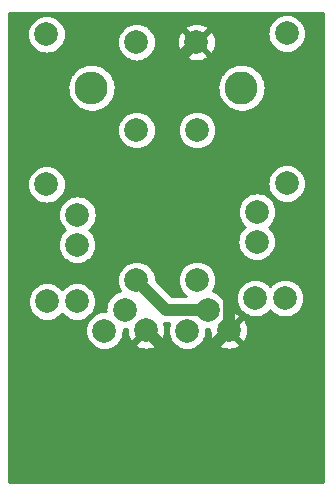
<source format=gbr>
%TF.GenerationSoftware,KiCad,Pcbnew,(6.0.0)*%
%TF.CreationDate,2022-04-03T23:20:59+01:00*%
%TF.ProjectId,kit-soldadura-pcb,6b69742d-736f-46c6-9461-647572612d70,rev?*%
%TF.SameCoordinates,Original*%
%TF.FileFunction,Copper,L1,Top*%
%TF.FilePolarity,Positive*%
%FSLAX46Y46*%
G04 Gerber Fmt 4.6, Leading zero omitted, Abs format (unit mm)*
G04 Created by KiCad (PCBNEW (6.0.0)) date 2022-04-03 23:20:59*
%MOMM*%
%LPD*%
G01*
G04 APERTURE LIST*
%TA.AperFunction,ComponentPad*%
%ADD10C,2.000000*%
%TD*%
%TA.AperFunction,ComponentPad*%
%ADD11O,2.800000X2.800000*%
%TD*%
%TA.AperFunction,ComponentPad*%
%ADD12C,2.800000*%
%TD*%
%TA.AperFunction,Conductor*%
%ADD13C,1.000000*%
%TD*%
%TA.AperFunction,Conductor*%
%ADD14C,0.254000*%
%TD*%
G04 APERTURE END LIST*
D10*
%TO.P,C2,1*%
%TO.N,Net-(C2-Pad1)*%
X159268394Y-101260000D03*
%TO.P,C2,2*%
%TO.N,Net-(C2-Pad2)*%
X156744119Y-101260000D03*
%TD*%
%TO.P,C1,1*%
%TO.N,Net-(C1-Pad1)*%
X139120803Y-101542872D03*
%TO.P,C1,2*%
%TO.N,Net-(C1-Pad2)*%
X141645078Y-101542872D03*
%TD*%
%TO.P,D3,1,K*%
%TO.N,Net-(D3-Pad1)*%
X156899471Y-93946137D03*
%TO.P,D3,2,A*%
%TO.N,PWR*%
X156866134Y-96486137D03*
%TD*%
%TO.P,R4,1*%
%TO.N,Net-(D3-Pad1)*%
X159415002Y-78850072D03*
%TO.P,R4,2*%
%TO.N,Net-(C2-Pad1)*%
X159415002Y-91550072D03*
%TD*%
%TO.P,R3,1*%
%TO.N,PWR*%
X151813379Y-87022752D03*
%TO.P,R3,2*%
%TO.N,Net-(C2-Pad2)*%
X151813379Y-99722752D03*
%TD*%
%TO.P,R2,1*%
%TO.N,PWR*%
X146690000Y-87026775D03*
%TO.P,R2,2*%
%TO.N,Net-(C1-Pad2)*%
X146690000Y-99726775D03*
%TD*%
%TO.P,R1,2*%
%TO.N,Net-(C1-Pad1)*%
X139070000Y-91626137D03*
%TO.P,R1,1*%
%TO.N,Net-(D2-Pad1)*%
X139070000Y-78926137D03*
%TD*%
%TO.P,Q2,3,E*%
%TO.N,GND*%
X154498622Y-103986316D03*
%TO.P,Q2,2,C*%
%TO.N,Net-(C2-Pad1)*%
X150974992Y-104001373D03*
%TO.P,Q2,1,B*%
%TO.N,Net-(C1-Pad2)*%
X152706691Y-102224500D03*
%TD*%
%TO.P,Q1,3,E*%
%TO.N,GND*%
X147489759Y-103986316D03*
%TO.P,Q1,2,C*%
%TO.N,Net-(C1-Pad1)*%
X143966129Y-104001373D03*
%TO.P,Q1,1,B*%
%TO.N,Net-(C2-Pad2)*%
X145697828Y-102224500D03*
%TD*%
%TO.P,J2,1,Pin_1*%
%TO.N,GND*%
X151770000Y-79586137D03*
%TD*%
%TO.P,J1,1,Pin_1*%
%TO.N,Net-(D1-Pad2)*%
X146690000Y-79586137D03*
%TD*%
%TO.P,D2,1,K*%
%TO.N,Net-(D2-Pad1)*%
X141684268Y-94199069D03*
%TO.P,D2,2,A*%
%TO.N,PWR*%
X141650931Y-96739069D03*
%TD*%
D11*
%TO.P,D1,2,A*%
%TO.N,Net-(D1-Pad2)*%
X142880000Y-83446137D03*
D12*
%TO.P,D1,1,K*%
%TO.N,PWR*%
X155580000Y-83446137D03*
%TD*%
D13*
%TO.N,GND*%
X152304938Y-106180000D02*
X154498622Y-103986316D01*
X149683443Y-106180000D02*
X152304938Y-106180000D01*
X147489759Y-103986316D02*
X149683443Y-106180000D01*
X149230000Y-82126137D02*
X151770000Y-79586137D01*
X154498622Y-99214759D02*
X149230000Y-93946137D01*
X149230000Y-93946137D02*
X149230000Y-82126137D01*
X154498622Y-103986316D02*
X154498622Y-99214759D01*
%TO.N,Net-(C1-Pad2)*%
X146690000Y-99726775D02*
X149187725Y-102224500D01*
X149187725Y-102224500D02*
X152706691Y-102224500D01*
%TD*%
%TO.N,GND*%
D14*
X162486000Y-116802137D02*
X135934000Y-116802137D01*
X135934000Y-104011259D01*
X142327352Y-104011259D01*
X142345982Y-104247970D01*
X142349075Y-104267498D01*
X142404505Y-104498381D01*
X142410615Y-104517185D01*
X142501480Y-104736554D01*
X142510456Y-104754171D01*
X142634520Y-104956624D01*
X142646142Y-104972620D01*
X142800349Y-105153173D01*
X142814329Y-105167153D01*
X142994882Y-105321360D01*
X143010878Y-105332982D01*
X143213331Y-105457046D01*
X143230948Y-105466022D01*
X143450317Y-105556887D01*
X143469121Y-105562997D01*
X143700004Y-105618427D01*
X143719532Y-105621520D01*
X143956243Y-105640150D01*
X143976015Y-105640150D01*
X144212726Y-105621520D01*
X144232254Y-105618427D01*
X144463137Y-105562997D01*
X144481941Y-105556887D01*
X144701310Y-105466022D01*
X144718927Y-105457046D01*
X144921380Y-105332982D01*
X144937376Y-105321360D01*
X145088093Y-105192635D01*
X146492746Y-105192635D01*
X146497811Y-105263450D01*
X146540358Y-105320286D01*
X146550032Y-105326850D01*
X146737189Y-105441541D01*
X146754806Y-105450518D01*
X146974102Y-105541353D01*
X146992906Y-105547463D01*
X147223712Y-105602875D01*
X147243240Y-105605968D01*
X147479873Y-105624591D01*
X147499645Y-105624591D01*
X147736278Y-105605968D01*
X147755806Y-105602875D01*
X147986612Y-105547463D01*
X148005416Y-105541353D01*
X148224712Y-105450518D01*
X148242329Y-105441541D01*
X148429486Y-105326850D01*
X148477117Y-105274203D01*
X148488724Y-105204161D01*
X148460621Y-105138964D01*
X148452746Y-105130323D01*
X147578854Y-104256431D01*
X147516542Y-104222405D01*
X147445727Y-104227470D01*
X147400664Y-104256431D01*
X146526772Y-105130323D01*
X146492746Y-105192635D01*
X145088093Y-105192635D01*
X145117929Y-105167153D01*
X145131909Y-105153173D01*
X145286116Y-104972620D01*
X145297738Y-104956624D01*
X145421802Y-104754171D01*
X145430778Y-104736554D01*
X145521643Y-104517185D01*
X145527753Y-104498381D01*
X145583183Y-104267498D01*
X145586276Y-104247970D01*
X145604906Y-104011259D01*
X145604906Y-103991487D01*
X145594235Y-103855902D01*
X145687942Y-103863277D01*
X145707714Y-103863277D01*
X145861341Y-103851186D01*
X145851484Y-103976430D01*
X145851484Y-103996202D01*
X145870107Y-104232835D01*
X145873200Y-104252363D01*
X145928612Y-104483169D01*
X145934722Y-104501973D01*
X146025557Y-104721269D01*
X146034534Y-104738886D01*
X146149225Y-104926043D01*
X146201872Y-104973674D01*
X146271914Y-104985281D01*
X146337111Y-104957178D01*
X146345752Y-104949303D01*
X147489759Y-103805296D01*
X148633766Y-104949303D01*
X148696078Y-104983329D01*
X148766893Y-104978264D01*
X148823729Y-104935717D01*
X148830293Y-104926043D01*
X148944984Y-104738886D01*
X148953961Y-104721269D01*
X149044796Y-104501973D01*
X149050906Y-104483169D01*
X149106318Y-104252363D01*
X149109411Y-104232835D01*
X149128034Y-103996202D01*
X149128034Y-103976430D01*
X149109411Y-103739797D01*
X149106318Y-103720269D01*
X149050906Y-103489463D01*
X149044796Y-103470659D01*
X148992780Y-103345081D01*
X149067215Y-103352641D01*
X149116908Y-103358215D01*
X149128435Y-103358859D01*
X149171455Y-103363229D01*
X149196045Y-103363315D01*
X149241694Y-103359000D01*
X149471901Y-103359000D01*
X149419478Y-103485561D01*
X149413368Y-103504365D01*
X149357938Y-103735248D01*
X149354845Y-103754776D01*
X149336215Y-103991487D01*
X149336215Y-104011259D01*
X149354845Y-104247970D01*
X149357938Y-104267498D01*
X149413368Y-104498381D01*
X149419478Y-104517185D01*
X149510343Y-104736554D01*
X149519319Y-104754171D01*
X149643383Y-104956624D01*
X149655005Y-104972620D01*
X149809212Y-105153173D01*
X149823192Y-105167153D01*
X150003745Y-105321360D01*
X150019741Y-105332982D01*
X150222194Y-105457046D01*
X150239811Y-105466022D01*
X150459180Y-105556887D01*
X150477984Y-105562997D01*
X150708867Y-105618427D01*
X150728395Y-105621520D01*
X150965106Y-105640150D01*
X150984878Y-105640150D01*
X151221589Y-105621520D01*
X151241117Y-105618427D01*
X151472000Y-105562997D01*
X151490804Y-105556887D01*
X151710173Y-105466022D01*
X151727790Y-105457046D01*
X151930243Y-105332982D01*
X151946239Y-105321360D01*
X152096956Y-105192635D01*
X153501609Y-105192635D01*
X153506674Y-105263450D01*
X153549221Y-105320286D01*
X153558895Y-105326850D01*
X153746052Y-105441541D01*
X153763669Y-105450518D01*
X153982965Y-105541353D01*
X154001769Y-105547463D01*
X154232575Y-105602875D01*
X154252103Y-105605968D01*
X154488736Y-105624591D01*
X154508508Y-105624591D01*
X154745141Y-105605968D01*
X154764669Y-105602875D01*
X154995475Y-105547463D01*
X155014279Y-105541353D01*
X155233575Y-105450518D01*
X155251192Y-105441541D01*
X155438349Y-105326850D01*
X155485980Y-105274203D01*
X155497587Y-105204161D01*
X155469484Y-105138964D01*
X155461609Y-105130323D01*
X154587717Y-104256431D01*
X154525405Y-104222405D01*
X154454590Y-104227470D01*
X154409527Y-104256431D01*
X153535635Y-105130323D01*
X153501609Y-105192635D01*
X152096956Y-105192635D01*
X152126792Y-105167153D01*
X152140772Y-105153173D01*
X152294979Y-104972620D01*
X152306601Y-104956624D01*
X152430665Y-104754171D01*
X152439641Y-104736554D01*
X152530506Y-104517185D01*
X152536616Y-104498381D01*
X152592046Y-104267498D01*
X152595139Y-104247970D01*
X152613769Y-104011259D01*
X152613769Y-103991487D01*
X152603098Y-103855902D01*
X152696805Y-103863277D01*
X152716577Y-103863277D01*
X152870204Y-103851186D01*
X152860347Y-103976430D01*
X152860347Y-103996202D01*
X152878970Y-104232835D01*
X152882063Y-104252363D01*
X152937475Y-104483169D01*
X152943585Y-104501973D01*
X153034420Y-104721269D01*
X153043397Y-104738886D01*
X153158088Y-104926043D01*
X153210735Y-104973674D01*
X153280777Y-104985281D01*
X153345974Y-104957178D01*
X153354615Y-104949303D01*
X154344385Y-103959533D01*
X154734711Y-103959533D01*
X154739776Y-104030348D01*
X154768737Y-104075411D01*
X155642629Y-104949303D01*
X155704941Y-104983329D01*
X155775756Y-104978264D01*
X155832592Y-104935717D01*
X155839156Y-104926043D01*
X155953847Y-104738886D01*
X155962824Y-104721269D01*
X156053659Y-104501973D01*
X156059769Y-104483169D01*
X156115181Y-104252363D01*
X156118274Y-104232835D01*
X156136897Y-103996202D01*
X156136897Y-103976430D01*
X156118274Y-103739797D01*
X156115181Y-103720269D01*
X156059769Y-103489463D01*
X156053659Y-103470659D01*
X155962824Y-103251363D01*
X155953847Y-103233746D01*
X155839156Y-103046589D01*
X155786509Y-102998958D01*
X155716467Y-102987351D01*
X155651270Y-103015454D01*
X155642629Y-103023329D01*
X154768737Y-103897221D01*
X154734711Y-103959533D01*
X154344385Y-103959533D01*
X155461609Y-102842309D01*
X155495635Y-102779997D01*
X155490570Y-102709182D01*
X155448023Y-102652346D01*
X155438349Y-102645782D01*
X155251192Y-102531091D01*
X155233575Y-102522114D01*
X155014279Y-102431279D01*
X154995475Y-102425169D01*
X154764669Y-102369757D01*
X154745141Y-102366664D01*
X154508508Y-102348041D01*
X154488736Y-102348041D01*
X154335574Y-102360095D01*
X154345468Y-102234386D01*
X154345468Y-102214614D01*
X154326838Y-101977903D01*
X154323745Y-101958375D01*
X154268315Y-101727492D01*
X154262205Y-101708688D01*
X154171340Y-101489319D01*
X154162364Y-101471702D01*
X154038690Y-101269886D01*
X155105342Y-101269886D01*
X155123972Y-101506597D01*
X155127065Y-101526125D01*
X155182495Y-101757008D01*
X155188605Y-101775812D01*
X155279470Y-101995181D01*
X155288446Y-102012798D01*
X155412510Y-102215251D01*
X155424132Y-102231247D01*
X155578339Y-102411800D01*
X155592319Y-102425780D01*
X155772872Y-102579987D01*
X155788868Y-102591609D01*
X155991321Y-102715673D01*
X156008938Y-102724649D01*
X156228307Y-102815514D01*
X156247111Y-102821624D01*
X156477994Y-102877054D01*
X156497522Y-102880147D01*
X156734233Y-102898777D01*
X156754005Y-102898777D01*
X156990716Y-102880147D01*
X157010244Y-102877054D01*
X157241127Y-102821624D01*
X157259931Y-102815514D01*
X157479300Y-102724649D01*
X157496917Y-102715673D01*
X157699370Y-102591609D01*
X157715366Y-102579987D01*
X157895919Y-102425780D01*
X157909899Y-102411800D01*
X158006257Y-102298980D01*
X158102614Y-102411800D01*
X158116594Y-102425780D01*
X158297147Y-102579987D01*
X158313143Y-102591609D01*
X158515596Y-102715673D01*
X158533213Y-102724649D01*
X158752582Y-102815514D01*
X158771386Y-102821624D01*
X159002269Y-102877054D01*
X159021797Y-102880147D01*
X159258508Y-102898777D01*
X159278280Y-102898777D01*
X159514991Y-102880147D01*
X159534519Y-102877054D01*
X159765402Y-102821624D01*
X159784206Y-102815514D01*
X160003575Y-102724649D01*
X160021192Y-102715673D01*
X160223645Y-102591609D01*
X160239641Y-102579987D01*
X160420194Y-102425780D01*
X160434174Y-102411800D01*
X160588381Y-102231247D01*
X160600003Y-102215251D01*
X160724067Y-102012798D01*
X160733043Y-101995181D01*
X160823908Y-101775812D01*
X160830018Y-101757008D01*
X160885448Y-101526125D01*
X160888541Y-101506597D01*
X160907171Y-101269886D01*
X160907171Y-101250114D01*
X160888541Y-101013403D01*
X160885448Y-100993875D01*
X160830018Y-100762992D01*
X160823908Y-100744188D01*
X160733043Y-100524819D01*
X160724067Y-100507202D01*
X160600003Y-100304749D01*
X160588381Y-100288753D01*
X160434174Y-100108200D01*
X160420194Y-100094220D01*
X160239641Y-99940013D01*
X160223645Y-99928391D01*
X160021192Y-99804327D01*
X160003575Y-99795351D01*
X159784206Y-99704486D01*
X159765402Y-99698376D01*
X159534519Y-99642946D01*
X159514991Y-99639853D01*
X159278280Y-99621223D01*
X159258508Y-99621223D01*
X159021797Y-99639853D01*
X159002269Y-99642946D01*
X158771386Y-99698376D01*
X158752582Y-99704486D01*
X158533213Y-99795351D01*
X158515596Y-99804327D01*
X158313143Y-99928391D01*
X158297147Y-99940013D01*
X158116594Y-100094220D01*
X158102614Y-100108200D01*
X158006257Y-100221020D01*
X157909899Y-100108200D01*
X157895919Y-100094220D01*
X157715366Y-99940013D01*
X157699370Y-99928391D01*
X157496917Y-99804327D01*
X157479300Y-99795351D01*
X157259931Y-99704486D01*
X157241127Y-99698376D01*
X157010244Y-99642946D01*
X156990716Y-99639853D01*
X156754005Y-99621223D01*
X156734233Y-99621223D01*
X156497522Y-99639853D01*
X156477994Y-99642946D01*
X156247111Y-99698376D01*
X156228307Y-99704486D01*
X156008938Y-99795351D01*
X155991321Y-99804327D01*
X155788868Y-99928391D01*
X155772872Y-99940013D01*
X155592319Y-100094220D01*
X155578339Y-100108200D01*
X155424132Y-100288753D01*
X155412510Y-100304749D01*
X155288446Y-100507202D01*
X155279470Y-100524819D01*
X155188605Y-100744188D01*
X155182495Y-100762992D01*
X155127065Y-100993875D01*
X155123972Y-101013403D01*
X155105342Y-101250114D01*
X155105342Y-101269886D01*
X154038690Y-101269886D01*
X154038300Y-101269249D01*
X154026678Y-101253253D01*
X153872471Y-101072700D01*
X153858491Y-101058720D01*
X153677938Y-100904513D01*
X153661942Y-100892891D01*
X153459489Y-100768827D01*
X153441872Y-100759851D01*
X153222503Y-100668986D01*
X153203699Y-100662876D01*
X153160599Y-100652529D01*
X153269052Y-100475550D01*
X153278028Y-100457933D01*
X153368893Y-100238564D01*
X153375003Y-100219760D01*
X153430433Y-99988877D01*
X153433526Y-99969349D01*
X153452156Y-99732638D01*
X153452156Y-99712866D01*
X153433526Y-99476155D01*
X153430433Y-99456627D01*
X153375003Y-99225744D01*
X153368893Y-99206940D01*
X153278028Y-98987571D01*
X153269052Y-98969954D01*
X153144988Y-98767501D01*
X153133366Y-98751505D01*
X152979159Y-98570952D01*
X152965179Y-98556972D01*
X152784626Y-98402765D01*
X152768630Y-98391143D01*
X152566177Y-98267079D01*
X152548560Y-98258103D01*
X152329191Y-98167238D01*
X152310387Y-98161128D01*
X152079504Y-98105698D01*
X152059976Y-98102605D01*
X151823265Y-98083975D01*
X151803493Y-98083975D01*
X151566782Y-98102605D01*
X151547254Y-98105698D01*
X151316371Y-98161128D01*
X151297567Y-98167238D01*
X151078198Y-98258103D01*
X151060581Y-98267079D01*
X150858128Y-98391143D01*
X150842132Y-98402765D01*
X150661579Y-98556972D01*
X150647599Y-98570952D01*
X150493392Y-98751505D01*
X150481770Y-98767501D01*
X150357706Y-98969954D01*
X150348730Y-98987571D01*
X150257865Y-99206940D01*
X150251755Y-99225744D01*
X150196325Y-99456627D01*
X150193232Y-99476155D01*
X150174602Y-99712866D01*
X150174602Y-99732638D01*
X150193232Y-99969349D01*
X150196325Y-99988877D01*
X150251755Y-100219760D01*
X150257865Y-100238564D01*
X150348730Y-100457933D01*
X150357706Y-100475550D01*
X150481770Y-100678003D01*
X150493392Y-100693999D01*
X150647599Y-100874552D01*
X150661579Y-100888532D01*
X150842132Y-101042739D01*
X150858128Y-101054361D01*
X150916285Y-101090000D01*
X149657649Y-101090000D01*
X148326992Y-99759343D01*
X148328777Y-99736662D01*
X148328777Y-99716889D01*
X148310147Y-99480178D01*
X148307054Y-99460650D01*
X148251624Y-99229767D01*
X148245514Y-99210963D01*
X148154649Y-98991594D01*
X148145673Y-98973977D01*
X148021609Y-98771524D01*
X148009987Y-98755528D01*
X147855780Y-98574975D01*
X147841800Y-98560995D01*
X147661247Y-98406788D01*
X147645251Y-98395166D01*
X147442798Y-98271102D01*
X147425181Y-98262126D01*
X147205812Y-98171261D01*
X147187008Y-98165151D01*
X146956125Y-98109721D01*
X146936597Y-98106628D01*
X146699886Y-98087998D01*
X146680114Y-98087998D01*
X146443403Y-98106628D01*
X146423875Y-98109721D01*
X146192992Y-98165151D01*
X146174188Y-98171261D01*
X145954819Y-98262126D01*
X145937202Y-98271102D01*
X145734749Y-98395166D01*
X145718753Y-98406788D01*
X145538200Y-98560995D01*
X145524220Y-98574975D01*
X145370013Y-98755528D01*
X145358391Y-98771524D01*
X145234327Y-98973977D01*
X145225351Y-98991594D01*
X145134486Y-99210963D01*
X145128376Y-99229767D01*
X145072946Y-99460650D01*
X145069853Y-99480178D01*
X145051223Y-99716889D01*
X145051223Y-99736661D01*
X145069853Y-99973372D01*
X145072946Y-99992900D01*
X145128376Y-100223783D01*
X145134486Y-100242587D01*
X145225351Y-100461956D01*
X145234327Y-100479573D01*
X145327952Y-100632354D01*
X145200820Y-100662876D01*
X145182016Y-100668986D01*
X144962647Y-100759851D01*
X144945030Y-100768827D01*
X144742577Y-100892891D01*
X144726581Y-100904513D01*
X144546028Y-101058720D01*
X144532048Y-101072700D01*
X144377841Y-101253253D01*
X144366219Y-101269249D01*
X144242155Y-101471702D01*
X144233179Y-101489319D01*
X144142314Y-101708688D01*
X144136204Y-101727492D01*
X144080774Y-101958375D01*
X144077681Y-101977903D01*
X144059051Y-102214614D01*
X144059051Y-102234386D01*
X144069722Y-102369971D01*
X143976015Y-102362596D01*
X143956243Y-102362596D01*
X143719532Y-102381226D01*
X143700004Y-102384319D01*
X143469121Y-102439749D01*
X143450317Y-102445859D01*
X143230948Y-102536724D01*
X143213331Y-102545700D01*
X143010878Y-102669764D01*
X142994882Y-102681386D01*
X142814329Y-102835593D01*
X142800349Y-102849573D01*
X142646142Y-103030126D01*
X142634520Y-103046122D01*
X142510456Y-103248575D01*
X142501480Y-103266192D01*
X142410615Y-103485561D01*
X142404505Y-103504365D01*
X142349075Y-103735248D01*
X142345982Y-103754776D01*
X142327352Y-103991487D01*
X142327352Y-104011259D01*
X135934000Y-104011259D01*
X135934000Y-101552758D01*
X137482026Y-101552758D01*
X137500656Y-101789469D01*
X137503749Y-101808997D01*
X137559179Y-102039880D01*
X137565289Y-102058684D01*
X137656154Y-102278053D01*
X137665130Y-102295670D01*
X137789194Y-102498123D01*
X137800816Y-102514119D01*
X137955023Y-102694672D01*
X137969003Y-102708652D01*
X138149556Y-102862859D01*
X138165552Y-102874481D01*
X138368005Y-102998545D01*
X138385622Y-103007521D01*
X138604991Y-103098386D01*
X138623795Y-103104496D01*
X138854678Y-103159926D01*
X138874206Y-103163019D01*
X139110917Y-103181649D01*
X139130689Y-103181649D01*
X139367400Y-103163019D01*
X139386928Y-103159926D01*
X139617811Y-103104496D01*
X139636615Y-103098386D01*
X139855984Y-103007521D01*
X139873601Y-102998545D01*
X140076054Y-102874481D01*
X140092050Y-102862859D01*
X140272603Y-102708652D01*
X140286583Y-102694672D01*
X140382941Y-102581852D01*
X140479298Y-102694672D01*
X140493278Y-102708652D01*
X140673831Y-102862859D01*
X140689827Y-102874481D01*
X140892280Y-102998545D01*
X140909897Y-103007521D01*
X141129266Y-103098386D01*
X141148070Y-103104496D01*
X141378953Y-103159926D01*
X141398481Y-103163019D01*
X141635192Y-103181649D01*
X141654964Y-103181649D01*
X141891675Y-103163019D01*
X141911203Y-103159926D01*
X142142086Y-103104496D01*
X142160890Y-103098386D01*
X142380259Y-103007521D01*
X142397876Y-102998545D01*
X142600329Y-102874481D01*
X142616325Y-102862859D01*
X142796878Y-102708652D01*
X142810858Y-102694672D01*
X142965065Y-102514119D01*
X142976687Y-102498123D01*
X143100751Y-102295670D01*
X143109727Y-102278053D01*
X143200592Y-102058684D01*
X143206702Y-102039880D01*
X143262132Y-101808997D01*
X143265225Y-101789469D01*
X143283855Y-101552758D01*
X143283855Y-101532986D01*
X143265225Y-101296275D01*
X143262132Y-101276747D01*
X143206702Y-101045864D01*
X143200592Y-101027060D01*
X143109727Y-100807691D01*
X143100751Y-100790074D01*
X142976687Y-100587621D01*
X142965065Y-100571625D01*
X142810858Y-100391072D01*
X142796878Y-100377092D01*
X142616325Y-100222885D01*
X142600329Y-100211263D01*
X142397876Y-100087199D01*
X142380259Y-100078223D01*
X142160890Y-99987358D01*
X142142086Y-99981248D01*
X141911203Y-99925818D01*
X141891675Y-99922725D01*
X141654964Y-99904095D01*
X141635192Y-99904095D01*
X141398481Y-99922725D01*
X141378953Y-99925818D01*
X141148070Y-99981248D01*
X141129266Y-99987358D01*
X140909897Y-100078223D01*
X140892280Y-100087199D01*
X140689827Y-100211263D01*
X140673831Y-100222885D01*
X140493278Y-100377092D01*
X140479298Y-100391072D01*
X140382941Y-100503892D01*
X140286583Y-100391072D01*
X140272603Y-100377092D01*
X140092050Y-100222885D01*
X140076054Y-100211263D01*
X139873601Y-100087199D01*
X139855984Y-100078223D01*
X139636615Y-99987358D01*
X139617811Y-99981248D01*
X139386928Y-99925818D01*
X139367400Y-99922725D01*
X139130689Y-99904095D01*
X139110917Y-99904095D01*
X138874206Y-99922725D01*
X138854678Y-99925818D01*
X138623795Y-99981248D01*
X138604991Y-99987358D01*
X138385622Y-100078223D01*
X138368005Y-100087199D01*
X138165552Y-100211263D01*
X138149556Y-100222885D01*
X137969003Y-100377092D01*
X137955023Y-100391072D01*
X137800816Y-100571625D01*
X137789194Y-100587621D01*
X137665130Y-100790074D01*
X137656154Y-100807691D01*
X137565289Y-101027060D01*
X137559179Y-101045864D01*
X137503749Y-101276747D01*
X137500656Y-101296275D01*
X137482026Y-101532986D01*
X137482026Y-101552758D01*
X135934000Y-101552758D01*
X135934000Y-96748955D01*
X140012154Y-96748955D01*
X140030784Y-96985666D01*
X140033877Y-97005194D01*
X140089307Y-97236077D01*
X140095417Y-97254881D01*
X140186282Y-97474250D01*
X140195258Y-97491867D01*
X140319322Y-97694320D01*
X140330944Y-97710316D01*
X140485151Y-97890869D01*
X140499131Y-97904849D01*
X140679684Y-98059056D01*
X140695680Y-98070678D01*
X140898133Y-98194742D01*
X140915750Y-98203718D01*
X141135119Y-98294583D01*
X141153923Y-98300693D01*
X141384806Y-98356123D01*
X141404334Y-98359216D01*
X141641045Y-98377846D01*
X141660817Y-98377846D01*
X141897528Y-98359216D01*
X141917056Y-98356123D01*
X142147939Y-98300693D01*
X142166743Y-98294583D01*
X142386112Y-98203718D01*
X142403729Y-98194742D01*
X142606182Y-98070678D01*
X142622178Y-98059056D01*
X142802731Y-97904849D01*
X142816711Y-97890869D01*
X142970918Y-97710316D01*
X142982540Y-97694320D01*
X143106604Y-97491867D01*
X143115580Y-97474250D01*
X143206445Y-97254881D01*
X143212555Y-97236077D01*
X143267985Y-97005194D01*
X143271078Y-96985666D01*
X143289708Y-96748955D01*
X143289708Y-96729183D01*
X143271357Y-96496023D01*
X155227357Y-96496023D01*
X155245987Y-96732734D01*
X155249080Y-96752262D01*
X155304510Y-96983145D01*
X155310620Y-97001949D01*
X155401485Y-97221318D01*
X155410461Y-97238935D01*
X155534525Y-97441388D01*
X155546147Y-97457384D01*
X155700354Y-97637937D01*
X155714334Y-97651917D01*
X155894887Y-97806124D01*
X155910883Y-97817746D01*
X156113336Y-97941810D01*
X156130953Y-97950786D01*
X156350322Y-98041651D01*
X156369126Y-98047761D01*
X156600009Y-98103191D01*
X156619537Y-98106284D01*
X156856248Y-98124914D01*
X156876020Y-98124914D01*
X157112731Y-98106284D01*
X157132259Y-98103191D01*
X157363142Y-98047761D01*
X157381946Y-98041651D01*
X157601315Y-97950786D01*
X157618932Y-97941810D01*
X157821385Y-97817746D01*
X157837381Y-97806124D01*
X158017934Y-97651917D01*
X158031914Y-97637937D01*
X158186121Y-97457384D01*
X158197743Y-97441388D01*
X158321807Y-97238935D01*
X158330783Y-97221318D01*
X158421648Y-97001949D01*
X158427758Y-96983145D01*
X158483188Y-96752262D01*
X158486281Y-96732734D01*
X158504911Y-96496023D01*
X158504911Y-96476251D01*
X158486281Y-96239540D01*
X158483188Y-96220012D01*
X158427758Y-95989129D01*
X158421648Y-95970325D01*
X158330783Y-95750956D01*
X158321807Y-95733339D01*
X158197743Y-95530886D01*
X158186121Y-95514890D01*
X158031914Y-95334337D01*
X158017934Y-95320357D01*
X157912577Y-95230373D01*
X158051271Y-95111917D01*
X158065251Y-95097937D01*
X158219458Y-94917384D01*
X158231080Y-94901388D01*
X158355144Y-94698935D01*
X158364120Y-94681318D01*
X158454985Y-94461949D01*
X158461095Y-94443145D01*
X158516525Y-94212262D01*
X158519618Y-94192734D01*
X158538248Y-93956023D01*
X158538248Y-93936251D01*
X158519618Y-93699540D01*
X158516525Y-93680012D01*
X158461095Y-93449129D01*
X158454985Y-93430325D01*
X158364120Y-93210956D01*
X158355144Y-93193339D01*
X158231080Y-92990886D01*
X158219458Y-92974890D01*
X158065251Y-92794337D01*
X158051271Y-92780357D01*
X157870718Y-92626150D01*
X157854722Y-92614528D01*
X157652269Y-92490464D01*
X157634652Y-92481488D01*
X157415283Y-92390623D01*
X157396479Y-92384513D01*
X157165596Y-92329083D01*
X157146068Y-92325990D01*
X156909357Y-92307360D01*
X156889585Y-92307360D01*
X156652874Y-92325990D01*
X156633346Y-92329083D01*
X156402463Y-92384513D01*
X156383659Y-92390623D01*
X156164290Y-92481488D01*
X156146673Y-92490464D01*
X155944220Y-92614528D01*
X155928224Y-92626150D01*
X155747671Y-92780357D01*
X155733691Y-92794337D01*
X155579484Y-92974890D01*
X155567862Y-92990886D01*
X155443798Y-93193339D01*
X155434822Y-93210956D01*
X155343957Y-93430325D01*
X155337847Y-93449129D01*
X155282417Y-93680012D01*
X155279324Y-93699540D01*
X155260694Y-93936251D01*
X155260694Y-93956023D01*
X155279324Y-94192734D01*
X155282417Y-94212262D01*
X155337847Y-94443145D01*
X155343957Y-94461949D01*
X155434822Y-94681318D01*
X155443798Y-94698935D01*
X155567862Y-94901388D01*
X155579484Y-94917384D01*
X155733691Y-95097937D01*
X155747671Y-95111917D01*
X155853028Y-95201901D01*
X155714334Y-95320357D01*
X155700354Y-95334337D01*
X155546147Y-95514890D01*
X155534525Y-95530886D01*
X155410461Y-95733339D01*
X155401485Y-95750956D01*
X155310620Y-95970325D01*
X155304510Y-95989129D01*
X155249080Y-96220012D01*
X155245987Y-96239540D01*
X155227357Y-96476251D01*
X155227357Y-96496023D01*
X143271357Y-96496023D01*
X143271078Y-96492472D01*
X143267985Y-96472944D01*
X143212555Y-96242061D01*
X143206445Y-96223257D01*
X143115580Y-96003888D01*
X143106604Y-95986271D01*
X142982540Y-95783818D01*
X142970918Y-95767822D01*
X142816711Y-95587269D01*
X142802731Y-95573289D01*
X142697374Y-95483305D01*
X142836068Y-95364849D01*
X142850048Y-95350869D01*
X143004255Y-95170316D01*
X143015877Y-95154320D01*
X143139941Y-94951867D01*
X143148917Y-94934250D01*
X143239782Y-94714881D01*
X143245892Y-94696077D01*
X143301322Y-94465194D01*
X143304415Y-94445666D01*
X143323045Y-94208955D01*
X143323045Y-94189183D01*
X143304415Y-93952472D01*
X143301322Y-93932944D01*
X143245892Y-93702061D01*
X143239782Y-93683257D01*
X143148917Y-93463888D01*
X143139941Y-93446271D01*
X143015877Y-93243818D01*
X143004255Y-93227822D01*
X142850048Y-93047269D01*
X142836068Y-93033289D01*
X142655515Y-92879082D01*
X142639519Y-92867460D01*
X142437066Y-92743396D01*
X142419449Y-92734420D01*
X142200080Y-92643555D01*
X142181276Y-92637445D01*
X141950393Y-92582015D01*
X141930865Y-92578922D01*
X141694154Y-92560292D01*
X141674382Y-92560292D01*
X141437671Y-92578922D01*
X141418143Y-92582015D01*
X141187260Y-92637445D01*
X141168456Y-92643555D01*
X140949087Y-92734420D01*
X140931470Y-92743396D01*
X140729017Y-92867460D01*
X140713021Y-92879082D01*
X140532468Y-93033289D01*
X140518488Y-93047269D01*
X140364281Y-93227822D01*
X140352659Y-93243818D01*
X140228595Y-93446271D01*
X140219619Y-93463888D01*
X140128754Y-93683257D01*
X140122644Y-93702061D01*
X140067214Y-93932944D01*
X140064121Y-93952472D01*
X140045491Y-94189183D01*
X140045491Y-94208955D01*
X140064121Y-94445666D01*
X140067214Y-94465194D01*
X140122644Y-94696077D01*
X140128754Y-94714881D01*
X140219619Y-94934250D01*
X140228595Y-94951867D01*
X140352659Y-95154320D01*
X140364281Y-95170316D01*
X140518488Y-95350869D01*
X140532468Y-95364849D01*
X140637825Y-95454833D01*
X140499131Y-95573289D01*
X140485151Y-95587269D01*
X140330944Y-95767822D01*
X140319322Y-95783818D01*
X140195258Y-95986271D01*
X140186282Y-96003888D01*
X140095417Y-96223257D01*
X140089307Y-96242061D01*
X140033877Y-96472944D01*
X140030784Y-96492472D01*
X140012154Y-96729183D01*
X140012154Y-96748955D01*
X135934000Y-96748955D01*
X135934000Y-91636023D01*
X137431223Y-91636023D01*
X137449853Y-91872734D01*
X137452946Y-91892262D01*
X137508376Y-92123145D01*
X137514486Y-92141949D01*
X137605351Y-92361318D01*
X137614327Y-92378935D01*
X137738391Y-92581388D01*
X137750013Y-92597384D01*
X137904220Y-92777937D01*
X137918200Y-92791917D01*
X138098753Y-92946124D01*
X138114749Y-92957746D01*
X138317202Y-93081810D01*
X138334819Y-93090786D01*
X138554188Y-93181651D01*
X138572992Y-93187761D01*
X138803875Y-93243191D01*
X138823403Y-93246284D01*
X139060114Y-93264914D01*
X139079886Y-93264914D01*
X139316597Y-93246284D01*
X139336125Y-93243191D01*
X139567008Y-93187761D01*
X139585812Y-93181651D01*
X139805181Y-93090786D01*
X139822798Y-93081810D01*
X140025251Y-92957746D01*
X140041247Y-92946124D01*
X140221800Y-92791917D01*
X140235780Y-92777937D01*
X140389987Y-92597384D01*
X140401609Y-92581388D01*
X140525673Y-92378935D01*
X140534649Y-92361318D01*
X140625514Y-92141949D01*
X140631624Y-92123145D01*
X140687054Y-91892262D01*
X140690147Y-91872734D01*
X140708777Y-91636023D01*
X140708777Y-91616251D01*
X140704347Y-91559958D01*
X157776225Y-91559958D01*
X157794855Y-91796669D01*
X157797948Y-91816197D01*
X157853378Y-92047080D01*
X157859488Y-92065884D01*
X157950353Y-92285253D01*
X157959329Y-92302870D01*
X158083393Y-92505323D01*
X158095015Y-92521319D01*
X158249222Y-92701872D01*
X158263202Y-92715852D01*
X158443755Y-92870059D01*
X158459751Y-92881681D01*
X158662204Y-93005745D01*
X158679821Y-93014721D01*
X158899190Y-93105586D01*
X158917994Y-93111696D01*
X159148877Y-93167126D01*
X159168405Y-93170219D01*
X159405116Y-93188849D01*
X159424888Y-93188849D01*
X159661599Y-93170219D01*
X159681127Y-93167126D01*
X159912010Y-93111696D01*
X159930814Y-93105586D01*
X160150183Y-93014721D01*
X160167800Y-93005745D01*
X160370253Y-92881681D01*
X160386249Y-92870059D01*
X160566802Y-92715852D01*
X160580782Y-92701872D01*
X160734989Y-92521319D01*
X160746611Y-92505323D01*
X160870675Y-92302870D01*
X160879651Y-92285253D01*
X160970516Y-92065884D01*
X160976626Y-92047080D01*
X161032056Y-91816197D01*
X161035149Y-91796669D01*
X161053779Y-91559958D01*
X161053779Y-91540186D01*
X161035149Y-91303475D01*
X161032056Y-91283947D01*
X160976626Y-91053064D01*
X160970516Y-91034260D01*
X160879651Y-90814891D01*
X160870675Y-90797274D01*
X160746611Y-90594821D01*
X160734989Y-90578825D01*
X160580782Y-90398272D01*
X160566802Y-90384292D01*
X160386249Y-90230085D01*
X160370253Y-90218463D01*
X160167800Y-90094399D01*
X160150183Y-90085423D01*
X159930814Y-89994558D01*
X159912010Y-89988448D01*
X159681127Y-89933018D01*
X159661599Y-89929925D01*
X159424888Y-89911295D01*
X159405116Y-89911295D01*
X159168405Y-89929925D01*
X159148877Y-89933018D01*
X158917994Y-89988448D01*
X158899190Y-89994558D01*
X158679821Y-90085423D01*
X158662204Y-90094399D01*
X158459751Y-90218463D01*
X158443755Y-90230085D01*
X158263202Y-90384292D01*
X158249222Y-90398272D01*
X158095015Y-90578825D01*
X158083393Y-90594821D01*
X157959329Y-90797274D01*
X157950353Y-90814891D01*
X157859488Y-91034260D01*
X157853378Y-91053064D01*
X157797948Y-91283947D01*
X157794855Y-91303475D01*
X157776225Y-91540186D01*
X157776225Y-91559958D01*
X140704347Y-91559958D01*
X140690147Y-91379540D01*
X140687054Y-91360012D01*
X140631624Y-91129129D01*
X140625514Y-91110325D01*
X140534649Y-90890956D01*
X140525673Y-90873339D01*
X140401609Y-90670886D01*
X140389987Y-90654890D01*
X140235780Y-90474337D01*
X140221800Y-90460357D01*
X140041247Y-90306150D01*
X140025251Y-90294528D01*
X139822798Y-90170464D01*
X139805181Y-90161488D01*
X139585812Y-90070623D01*
X139567008Y-90064513D01*
X139336125Y-90009083D01*
X139316597Y-90005990D01*
X139079886Y-89987360D01*
X139060114Y-89987360D01*
X138823403Y-90005990D01*
X138803875Y-90009083D01*
X138572992Y-90064513D01*
X138554188Y-90070623D01*
X138334819Y-90161488D01*
X138317202Y-90170464D01*
X138114749Y-90294528D01*
X138098753Y-90306150D01*
X137918200Y-90460357D01*
X137904220Y-90474337D01*
X137750013Y-90654890D01*
X137738391Y-90670886D01*
X137614327Y-90873339D01*
X137605351Y-90890956D01*
X137514486Y-91110325D01*
X137508376Y-91129129D01*
X137452946Y-91360012D01*
X137449853Y-91379540D01*
X137431223Y-91616251D01*
X137431223Y-91636023D01*
X135934000Y-91636023D01*
X135934000Y-87036661D01*
X145051223Y-87036661D01*
X145069853Y-87273372D01*
X145072946Y-87292900D01*
X145128376Y-87523783D01*
X145134486Y-87542587D01*
X145225351Y-87761956D01*
X145234327Y-87779573D01*
X145358391Y-87982026D01*
X145370013Y-87998022D01*
X145524220Y-88178575D01*
X145538200Y-88192555D01*
X145718753Y-88346762D01*
X145734749Y-88358384D01*
X145937202Y-88482448D01*
X145954819Y-88491424D01*
X146174188Y-88582289D01*
X146192992Y-88588399D01*
X146423875Y-88643829D01*
X146443403Y-88646922D01*
X146680114Y-88665552D01*
X146699886Y-88665552D01*
X146936597Y-88646922D01*
X146956125Y-88643829D01*
X147187008Y-88588399D01*
X147205812Y-88582289D01*
X147425181Y-88491424D01*
X147442798Y-88482448D01*
X147645251Y-88358384D01*
X147661247Y-88346762D01*
X147841800Y-88192555D01*
X147855780Y-88178575D01*
X148009987Y-87998022D01*
X148021609Y-87982026D01*
X148145673Y-87779573D01*
X148154649Y-87761956D01*
X148245514Y-87542587D01*
X148251624Y-87523783D01*
X148307054Y-87292900D01*
X148310147Y-87273372D01*
X148328777Y-87036661D01*
X148328777Y-87032638D01*
X150174602Y-87032638D01*
X150193232Y-87269349D01*
X150196325Y-87288877D01*
X150251755Y-87519760D01*
X150257865Y-87538564D01*
X150348730Y-87757933D01*
X150357706Y-87775550D01*
X150481770Y-87978003D01*
X150493392Y-87993999D01*
X150647599Y-88174552D01*
X150661579Y-88188532D01*
X150842132Y-88342739D01*
X150858128Y-88354361D01*
X151060581Y-88478425D01*
X151078198Y-88487401D01*
X151297567Y-88578266D01*
X151316371Y-88584376D01*
X151547254Y-88639806D01*
X151566782Y-88642899D01*
X151803493Y-88661529D01*
X151823265Y-88661529D01*
X152059976Y-88642899D01*
X152079504Y-88639806D01*
X152310387Y-88584376D01*
X152329191Y-88578266D01*
X152548560Y-88487401D01*
X152566177Y-88478425D01*
X152768630Y-88354361D01*
X152784626Y-88342739D01*
X152965179Y-88188532D01*
X152979159Y-88174552D01*
X153133366Y-87993999D01*
X153144988Y-87978003D01*
X153269052Y-87775550D01*
X153278028Y-87757933D01*
X153368893Y-87538564D01*
X153375003Y-87519760D01*
X153430433Y-87288877D01*
X153433526Y-87269349D01*
X153452156Y-87032638D01*
X153452156Y-87012866D01*
X153433526Y-86776155D01*
X153430433Y-86756627D01*
X153375003Y-86525744D01*
X153368893Y-86506940D01*
X153278028Y-86287571D01*
X153269052Y-86269954D01*
X153144988Y-86067501D01*
X153133366Y-86051505D01*
X152979159Y-85870952D01*
X152965179Y-85856972D01*
X152784626Y-85702765D01*
X152768630Y-85691143D01*
X152566177Y-85567079D01*
X152548560Y-85558103D01*
X152329191Y-85467238D01*
X152310387Y-85461128D01*
X152079504Y-85405698D01*
X152059976Y-85402605D01*
X151823265Y-85383975D01*
X151803493Y-85383975D01*
X151566782Y-85402605D01*
X151547254Y-85405698D01*
X151316371Y-85461128D01*
X151297567Y-85467238D01*
X151078198Y-85558103D01*
X151060581Y-85567079D01*
X150858128Y-85691143D01*
X150842132Y-85702765D01*
X150661579Y-85856972D01*
X150647599Y-85870952D01*
X150493392Y-86051505D01*
X150481770Y-86067501D01*
X150357706Y-86269954D01*
X150348730Y-86287571D01*
X150257865Y-86506940D01*
X150251755Y-86525744D01*
X150196325Y-86756627D01*
X150193232Y-86776155D01*
X150174602Y-87012866D01*
X150174602Y-87032638D01*
X148328777Y-87032638D01*
X148328777Y-87016889D01*
X148310147Y-86780178D01*
X148307054Y-86760650D01*
X148251624Y-86529767D01*
X148245514Y-86510963D01*
X148154649Y-86291594D01*
X148145673Y-86273977D01*
X148021609Y-86071524D01*
X148009987Y-86055528D01*
X147855780Y-85874975D01*
X147841800Y-85860995D01*
X147661247Y-85706788D01*
X147645251Y-85695166D01*
X147442798Y-85571102D01*
X147425181Y-85562126D01*
X147205812Y-85471261D01*
X147187008Y-85465151D01*
X146956125Y-85409721D01*
X146936597Y-85406628D01*
X146699886Y-85387998D01*
X146680114Y-85387998D01*
X146443403Y-85406628D01*
X146423875Y-85409721D01*
X146192992Y-85465151D01*
X146174188Y-85471261D01*
X145954819Y-85562126D01*
X145937202Y-85571102D01*
X145734749Y-85695166D01*
X145718753Y-85706788D01*
X145538200Y-85860995D01*
X145524220Y-85874975D01*
X145370013Y-86055528D01*
X145358391Y-86071524D01*
X145234327Y-86273977D01*
X145225351Y-86291594D01*
X145134486Y-86510963D01*
X145128376Y-86529767D01*
X145072946Y-86760650D01*
X145069853Y-86780178D01*
X145051223Y-87016889D01*
X145051223Y-87036661D01*
X135934000Y-87036661D01*
X135934000Y-83390983D01*
X140841666Y-83390983D01*
X140852277Y-83661047D01*
X140854230Y-83678737D01*
X140902787Y-83944611D01*
X140907213Y-83961850D01*
X140992748Y-84218230D01*
X140999559Y-84234673D01*
X141120365Y-84476443D01*
X141129425Y-84491763D01*
X141283091Y-84714100D01*
X141294220Y-84727990D01*
X141477681Y-84926456D01*
X141490654Y-84938639D01*
X141700248Y-85109276D01*
X141714810Y-85119510D01*
X141946357Y-85258913D01*
X141962215Y-85266994D01*
X142211094Y-85372380D01*
X142227932Y-85378145D01*
X142489176Y-85447413D01*
X142506659Y-85450748D01*
X142775058Y-85482515D01*
X142792837Y-85483353D01*
X143063033Y-85476985D01*
X143080751Y-85475310D01*
X143347356Y-85430935D01*
X143364663Y-85426780D01*
X143622354Y-85345283D01*
X143638902Y-85338731D01*
X143882540Y-85221738D01*
X143898000Y-85212920D01*
X144122723Y-85062765D01*
X144136786Y-85051857D01*
X144338110Y-84871536D01*
X144350496Y-84858755D01*
X144524404Y-84651867D01*
X144534865Y-84637467D01*
X144677887Y-84408138D01*
X144686215Y-84392410D01*
X144795498Y-84145218D01*
X144801527Y-84128471D01*
X144874889Y-83868346D01*
X144878499Y-83850918D01*
X144914478Y-83583052D01*
X144915537Y-83570237D01*
X144919313Y-83450095D01*
X144919060Y-83437238D01*
X144915785Y-83390983D01*
X153541666Y-83390983D01*
X153552277Y-83661047D01*
X153554230Y-83678737D01*
X153602787Y-83944611D01*
X153607213Y-83961850D01*
X153692748Y-84218230D01*
X153699559Y-84234673D01*
X153820365Y-84476443D01*
X153829425Y-84491763D01*
X153983091Y-84714100D01*
X153994220Y-84727990D01*
X154177681Y-84926456D01*
X154190654Y-84938639D01*
X154400248Y-85109276D01*
X154414810Y-85119510D01*
X154646357Y-85258913D01*
X154662215Y-85266994D01*
X154911094Y-85372380D01*
X154927932Y-85378145D01*
X155189176Y-85447413D01*
X155206659Y-85450748D01*
X155475058Y-85482515D01*
X155492837Y-85483353D01*
X155763033Y-85476985D01*
X155780751Y-85475310D01*
X156047356Y-85430935D01*
X156064663Y-85426780D01*
X156322354Y-85345283D01*
X156338902Y-85338731D01*
X156582540Y-85221738D01*
X156598000Y-85212920D01*
X156822723Y-85062765D01*
X156836786Y-85051857D01*
X157038110Y-84871536D01*
X157050496Y-84858755D01*
X157224404Y-84651867D01*
X157234865Y-84637467D01*
X157377887Y-84408138D01*
X157386215Y-84392410D01*
X157495498Y-84145218D01*
X157501527Y-84128471D01*
X157574889Y-83868346D01*
X157578499Y-83850918D01*
X157614478Y-83583052D01*
X157615537Y-83570237D01*
X157619313Y-83450095D01*
X157619060Y-83437238D01*
X157599972Y-83167641D01*
X157597465Y-83150020D01*
X157540580Y-82885802D01*
X157535614Y-82868711D01*
X157442068Y-82615145D01*
X157434744Y-82598924D01*
X157306404Y-82361067D01*
X157296867Y-82346040D01*
X157136293Y-82128640D01*
X157124734Y-82115106D01*
X156935130Y-81922500D01*
X156921780Y-81910730D01*
X156706929Y-81746761D01*
X156692053Y-81736989D01*
X156456241Y-81604929D01*
X156440137Y-81597351D01*
X156188071Y-81499834D01*
X156171060Y-81494601D01*
X155907769Y-81433573D01*
X155890190Y-81430789D01*
X155620926Y-81407468D01*
X155603130Y-81407188D01*
X155333267Y-81422040D01*
X155315610Y-81424271D01*
X155050531Y-81476998D01*
X155033364Y-81481694D01*
X154778359Y-81571245D01*
X154762024Y-81578314D01*
X154522181Y-81702903D01*
X154507006Y-81712202D01*
X154287111Y-81869341D01*
X154273397Y-81880686D01*
X154077836Y-82067242D01*
X154065858Y-82080406D01*
X153898535Y-82292655D01*
X153888531Y-82307375D01*
X153752782Y-82541082D01*
X153744952Y-82557066D01*
X153643488Y-82807570D01*
X153637988Y-82824496D01*
X153572832Y-83086796D01*
X153569772Y-83104330D01*
X153542225Y-83373194D01*
X153541666Y-83390983D01*
X144915785Y-83390983D01*
X144899972Y-83167641D01*
X144897465Y-83150020D01*
X144840580Y-82885802D01*
X144835614Y-82868711D01*
X144742068Y-82615145D01*
X144734744Y-82598924D01*
X144606404Y-82361067D01*
X144596867Y-82346040D01*
X144436293Y-82128640D01*
X144424734Y-82115106D01*
X144235130Y-81922500D01*
X144221780Y-81910730D01*
X144006929Y-81746761D01*
X143992053Y-81736989D01*
X143756241Y-81604929D01*
X143740137Y-81597351D01*
X143488071Y-81499834D01*
X143471060Y-81494601D01*
X143207769Y-81433573D01*
X143190190Y-81430789D01*
X142920926Y-81407468D01*
X142903130Y-81407188D01*
X142633267Y-81422040D01*
X142615610Y-81424271D01*
X142350531Y-81476998D01*
X142333364Y-81481694D01*
X142078359Y-81571245D01*
X142062024Y-81578314D01*
X141822181Y-81702903D01*
X141807006Y-81712202D01*
X141587111Y-81869341D01*
X141573397Y-81880686D01*
X141377836Y-82067242D01*
X141365858Y-82080406D01*
X141198535Y-82292655D01*
X141188531Y-82307375D01*
X141052782Y-82541082D01*
X141044952Y-82557066D01*
X140943488Y-82807570D01*
X140937988Y-82824496D01*
X140872832Y-83086796D01*
X140869772Y-83104330D01*
X140842225Y-83373194D01*
X140841666Y-83390983D01*
X135934000Y-83390983D01*
X135934000Y-78936023D01*
X137431223Y-78936023D01*
X137449853Y-79172734D01*
X137452946Y-79192262D01*
X137508376Y-79423145D01*
X137514486Y-79441949D01*
X137605351Y-79661318D01*
X137614327Y-79678935D01*
X137738391Y-79881388D01*
X137750013Y-79897384D01*
X137904220Y-80077937D01*
X137918200Y-80091917D01*
X138098753Y-80246124D01*
X138114749Y-80257746D01*
X138317202Y-80381810D01*
X138334819Y-80390786D01*
X138554188Y-80481651D01*
X138572992Y-80487761D01*
X138803875Y-80543191D01*
X138823403Y-80546284D01*
X139060114Y-80564914D01*
X139079886Y-80564914D01*
X139316597Y-80546284D01*
X139336125Y-80543191D01*
X139567008Y-80487761D01*
X139585812Y-80481651D01*
X139805181Y-80390786D01*
X139822798Y-80381810D01*
X140025251Y-80257746D01*
X140041247Y-80246124D01*
X140221800Y-80091917D01*
X140235780Y-80077937D01*
X140389987Y-79897384D01*
X140401609Y-79881388D01*
X140525673Y-79678935D01*
X140534649Y-79661318D01*
X140561695Y-79596023D01*
X145051223Y-79596023D01*
X145069853Y-79832734D01*
X145072946Y-79852262D01*
X145128376Y-80083145D01*
X145134486Y-80101949D01*
X145225351Y-80321318D01*
X145234327Y-80338935D01*
X145358391Y-80541388D01*
X145370013Y-80557384D01*
X145524220Y-80737937D01*
X145538200Y-80751917D01*
X145718753Y-80906124D01*
X145734749Y-80917746D01*
X145937202Y-81041810D01*
X145954819Y-81050786D01*
X146174188Y-81141651D01*
X146192992Y-81147761D01*
X146423875Y-81203191D01*
X146443403Y-81206284D01*
X146680114Y-81224914D01*
X146699886Y-81224914D01*
X146936597Y-81206284D01*
X146956125Y-81203191D01*
X147187008Y-81147761D01*
X147205812Y-81141651D01*
X147425181Y-81050786D01*
X147442798Y-81041810D01*
X147645251Y-80917746D01*
X147661247Y-80906124D01*
X147794335Y-80792456D01*
X150772987Y-80792456D01*
X150778052Y-80863271D01*
X150820599Y-80920107D01*
X150830273Y-80926671D01*
X151017430Y-81041362D01*
X151035047Y-81050339D01*
X151254343Y-81141174D01*
X151273147Y-81147284D01*
X151503953Y-81202696D01*
X151523481Y-81205789D01*
X151760114Y-81224412D01*
X151779886Y-81224412D01*
X152016519Y-81205789D01*
X152036047Y-81202696D01*
X152266853Y-81147284D01*
X152285657Y-81141174D01*
X152504953Y-81050339D01*
X152522570Y-81041362D01*
X152709727Y-80926671D01*
X152757358Y-80874024D01*
X152768965Y-80803982D01*
X152740862Y-80738785D01*
X152732987Y-80730144D01*
X151859095Y-79856252D01*
X151796783Y-79822226D01*
X151725968Y-79827291D01*
X151680905Y-79856252D01*
X150807013Y-80730144D01*
X150772987Y-80792456D01*
X147794335Y-80792456D01*
X147841800Y-80751917D01*
X147855780Y-80737937D01*
X148009987Y-80557384D01*
X148021609Y-80541388D01*
X148145673Y-80338935D01*
X148154649Y-80321318D01*
X148245514Y-80101949D01*
X148251624Y-80083145D01*
X148307054Y-79852262D01*
X148310147Y-79832734D01*
X148328777Y-79596023D01*
X150131725Y-79596023D01*
X150150348Y-79832656D01*
X150153441Y-79852184D01*
X150208853Y-80082990D01*
X150214963Y-80101794D01*
X150305798Y-80321090D01*
X150314775Y-80338707D01*
X150429466Y-80525864D01*
X150482113Y-80573495D01*
X150552155Y-80585102D01*
X150617352Y-80556999D01*
X150625993Y-80549124D01*
X151499885Y-79675232D01*
X151533911Y-79612920D01*
X151530080Y-79559354D01*
X152006089Y-79559354D01*
X152011154Y-79630169D01*
X152040115Y-79675232D01*
X152914007Y-80549124D01*
X152976319Y-80583150D01*
X153047134Y-80578085D01*
X153103970Y-80535538D01*
X153110534Y-80525864D01*
X153225225Y-80338707D01*
X153234202Y-80321090D01*
X153325037Y-80101794D01*
X153331147Y-80082990D01*
X153386559Y-79852184D01*
X153389652Y-79832656D01*
X153408275Y-79596023D01*
X153408275Y-79576251D01*
X153389652Y-79339618D01*
X153386559Y-79320090D01*
X153331147Y-79089284D01*
X153325037Y-79070480D01*
X153237836Y-78859958D01*
X157776225Y-78859958D01*
X157794855Y-79096669D01*
X157797948Y-79116197D01*
X157853378Y-79347080D01*
X157859488Y-79365884D01*
X157950353Y-79585253D01*
X157959329Y-79602870D01*
X158083393Y-79805323D01*
X158095015Y-79821319D01*
X158249222Y-80001872D01*
X158263202Y-80015852D01*
X158443755Y-80170059D01*
X158459751Y-80181681D01*
X158662204Y-80305745D01*
X158679821Y-80314721D01*
X158899190Y-80405586D01*
X158917994Y-80411696D01*
X159148877Y-80467126D01*
X159168405Y-80470219D01*
X159405116Y-80488849D01*
X159424888Y-80488849D01*
X159661599Y-80470219D01*
X159681127Y-80467126D01*
X159912010Y-80411696D01*
X159930814Y-80405586D01*
X160150183Y-80314721D01*
X160167800Y-80305745D01*
X160370253Y-80181681D01*
X160386249Y-80170059D01*
X160566802Y-80015852D01*
X160580782Y-80001872D01*
X160734989Y-79821319D01*
X160746611Y-79805323D01*
X160870675Y-79602870D01*
X160879651Y-79585253D01*
X160970516Y-79365884D01*
X160976626Y-79347080D01*
X161032056Y-79116197D01*
X161035149Y-79096669D01*
X161053779Y-78859958D01*
X161053779Y-78840186D01*
X161035149Y-78603475D01*
X161032056Y-78583947D01*
X160976626Y-78353064D01*
X160970516Y-78334260D01*
X160879651Y-78114891D01*
X160870675Y-78097274D01*
X160746611Y-77894821D01*
X160734989Y-77878825D01*
X160580782Y-77698272D01*
X160566802Y-77684292D01*
X160386249Y-77530085D01*
X160370253Y-77518463D01*
X160167800Y-77394399D01*
X160150183Y-77385423D01*
X159930814Y-77294558D01*
X159912010Y-77288448D01*
X159681127Y-77233018D01*
X159661599Y-77229925D01*
X159424888Y-77211295D01*
X159405116Y-77211295D01*
X159168405Y-77229925D01*
X159148877Y-77233018D01*
X158917994Y-77288448D01*
X158899190Y-77294558D01*
X158679821Y-77385423D01*
X158662204Y-77394399D01*
X158459751Y-77518463D01*
X158443755Y-77530085D01*
X158263202Y-77684292D01*
X158249222Y-77698272D01*
X158095015Y-77878825D01*
X158083393Y-77894821D01*
X157959329Y-78097274D01*
X157950353Y-78114891D01*
X157859488Y-78334260D01*
X157853378Y-78353064D01*
X157797948Y-78583947D01*
X157794855Y-78603475D01*
X157776225Y-78840186D01*
X157776225Y-78859958D01*
X153237836Y-78859958D01*
X153234202Y-78851184D01*
X153225225Y-78833567D01*
X153110534Y-78646410D01*
X153057887Y-78598779D01*
X152987845Y-78587172D01*
X152922648Y-78615275D01*
X152914007Y-78623150D01*
X152040115Y-79497042D01*
X152006089Y-79559354D01*
X151530080Y-79559354D01*
X151528846Y-79542105D01*
X151499885Y-79497042D01*
X150625993Y-78623150D01*
X150563681Y-78589124D01*
X150492866Y-78594189D01*
X150436030Y-78636736D01*
X150429466Y-78646410D01*
X150314775Y-78833567D01*
X150305798Y-78851184D01*
X150214963Y-79070480D01*
X150208853Y-79089284D01*
X150153441Y-79320090D01*
X150150348Y-79339618D01*
X150131725Y-79576251D01*
X150131725Y-79596023D01*
X148328777Y-79596023D01*
X148328777Y-79576251D01*
X148310147Y-79339540D01*
X148307054Y-79320012D01*
X148251624Y-79089129D01*
X148245514Y-79070325D01*
X148154649Y-78850956D01*
X148145673Y-78833339D01*
X148021609Y-78630886D01*
X148009987Y-78614890D01*
X147855780Y-78434337D01*
X147841800Y-78420357D01*
X147780840Y-78368292D01*
X150771035Y-78368292D01*
X150799138Y-78433489D01*
X150807013Y-78442130D01*
X151680905Y-79316022D01*
X151743217Y-79350048D01*
X151814032Y-79344983D01*
X151859095Y-79316022D01*
X152732987Y-78442130D01*
X152767013Y-78379818D01*
X152761948Y-78309003D01*
X152719401Y-78252167D01*
X152709727Y-78245603D01*
X152522570Y-78130912D01*
X152504953Y-78121935D01*
X152285657Y-78031100D01*
X152266853Y-78024990D01*
X152036047Y-77969578D01*
X152016519Y-77966485D01*
X151779886Y-77947862D01*
X151760114Y-77947862D01*
X151523481Y-77966485D01*
X151503953Y-77969578D01*
X151273147Y-78024990D01*
X151254343Y-78031100D01*
X151035047Y-78121935D01*
X151017430Y-78130912D01*
X150830273Y-78245603D01*
X150782642Y-78298250D01*
X150771035Y-78368292D01*
X147780840Y-78368292D01*
X147661247Y-78266150D01*
X147645251Y-78254528D01*
X147442798Y-78130464D01*
X147425181Y-78121488D01*
X147205812Y-78030623D01*
X147187008Y-78024513D01*
X146956125Y-77969083D01*
X146936597Y-77965990D01*
X146699886Y-77947360D01*
X146680114Y-77947360D01*
X146443403Y-77965990D01*
X146423875Y-77969083D01*
X146192992Y-78024513D01*
X146174188Y-78030623D01*
X145954819Y-78121488D01*
X145937202Y-78130464D01*
X145734749Y-78254528D01*
X145718753Y-78266150D01*
X145538200Y-78420357D01*
X145524220Y-78434337D01*
X145370013Y-78614890D01*
X145358391Y-78630886D01*
X145234327Y-78833339D01*
X145225351Y-78850956D01*
X145134486Y-79070325D01*
X145128376Y-79089129D01*
X145072946Y-79320012D01*
X145069853Y-79339540D01*
X145051223Y-79576251D01*
X145051223Y-79596023D01*
X140561695Y-79596023D01*
X140625514Y-79441949D01*
X140631624Y-79423145D01*
X140687054Y-79192262D01*
X140690147Y-79172734D01*
X140708777Y-78936023D01*
X140708777Y-78916251D01*
X140690147Y-78679540D01*
X140687054Y-78660012D01*
X140631624Y-78429129D01*
X140625514Y-78410325D01*
X140534649Y-78190956D01*
X140525673Y-78173339D01*
X140401609Y-77970886D01*
X140389987Y-77954890D01*
X140235780Y-77774337D01*
X140221800Y-77760357D01*
X140041247Y-77606150D01*
X140025251Y-77594528D01*
X139822798Y-77470464D01*
X139805181Y-77461488D01*
X139585812Y-77370623D01*
X139567008Y-77364513D01*
X139336125Y-77309083D01*
X139316597Y-77305990D01*
X139079886Y-77287360D01*
X139060114Y-77287360D01*
X138823403Y-77305990D01*
X138803875Y-77309083D01*
X138572992Y-77364513D01*
X138554188Y-77370623D01*
X138334819Y-77461488D01*
X138317202Y-77470464D01*
X138114749Y-77594528D01*
X138098753Y-77606150D01*
X137918200Y-77760357D01*
X137904220Y-77774337D01*
X137750013Y-77954890D01*
X137738391Y-77970886D01*
X137614327Y-78173339D01*
X137605351Y-78190956D01*
X137514486Y-78410325D01*
X137508376Y-78429129D01*
X137452946Y-78660012D01*
X137449853Y-78679540D01*
X137431223Y-78916251D01*
X137431223Y-78936023D01*
X135934000Y-78936023D01*
X135934000Y-77150137D01*
X162486000Y-77150137D01*
X162486000Y-116802137D02*
X162486000Y-77150137D01*
%TA.AperFunction,Conductor*%
G36*
X162486000Y-116802137D02*
G01*
X135934000Y-116802137D01*
X135934000Y-104011259D01*
X142327352Y-104011259D01*
X142345982Y-104247970D01*
X142349075Y-104267498D01*
X142404505Y-104498381D01*
X142410615Y-104517185D01*
X142501480Y-104736554D01*
X142510456Y-104754171D01*
X142634520Y-104956624D01*
X142646142Y-104972620D01*
X142800349Y-105153173D01*
X142814329Y-105167153D01*
X142994882Y-105321360D01*
X143010878Y-105332982D01*
X143213331Y-105457046D01*
X143230948Y-105466022D01*
X143450317Y-105556887D01*
X143469121Y-105562997D01*
X143700004Y-105618427D01*
X143719532Y-105621520D01*
X143956243Y-105640150D01*
X143976015Y-105640150D01*
X144212726Y-105621520D01*
X144232254Y-105618427D01*
X144463137Y-105562997D01*
X144481941Y-105556887D01*
X144701310Y-105466022D01*
X144718927Y-105457046D01*
X144921380Y-105332982D01*
X144937376Y-105321360D01*
X145088093Y-105192635D01*
X146492746Y-105192635D01*
X146497811Y-105263450D01*
X146540358Y-105320286D01*
X146550032Y-105326850D01*
X146737189Y-105441541D01*
X146754806Y-105450518D01*
X146974102Y-105541353D01*
X146992906Y-105547463D01*
X147223712Y-105602875D01*
X147243240Y-105605968D01*
X147479873Y-105624591D01*
X147499645Y-105624591D01*
X147736278Y-105605968D01*
X147755806Y-105602875D01*
X147986612Y-105547463D01*
X148005416Y-105541353D01*
X148224712Y-105450518D01*
X148242329Y-105441541D01*
X148429486Y-105326850D01*
X148477117Y-105274203D01*
X148488724Y-105204161D01*
X148460621Y-105138964D01*
X148452746Y-105130323D01*
X147578854Y-104256431D01*
X147516542Y-104222405D01*
X147445727Y-104227470D01*
X147400664Y-104256431D01*
X146526772Y-105130323D01*
X146492746Y-105192635D01*
X145088093Y-105192635D01*
X145117929Y-105167153D01*
X145131909Y-105153173D01*
X145286116Y-104972620D01*
X145297738Y-104956624D01*
X145421802Y-104754171D01*
X145430778Y-104736554D01*
X145521643Y-104517185D01*
X145527753Y-104498381D01*
X145583183Y-104267498D01*
X145586276Y-104247970D01*
X145604906Y-104011259D01*
X145604906Y-103991487D01*
X145594235Y-103855902D01*
X145687942Y-103863277D01*
X145707714Y-103863277D01*
X145861341Y-103851186D01*
X145851484Y-103976430D01*
X145851484Y-103996202D01*
X145870107Y-104232835D01*
X145873200Y-104252363D01*
X145928612Y-104483169D01*
X145934722Y-104501973D01*
X146025557Y-104721269D01*
X146034534Y-104738886D01*
X146149225Y-104926043D01*
X146201872Y-104973674D01*
X146271914Y-104985281D01*
X146337111Y-104957178D01*
X146345752Y-104949303D01*
X147489759Y-103805296D01*
X148633766Y-104949303D01*
X148696078Y-104983329D01*
X148766893Y-104978264D01*
X148823729Y-104935717D01*
X148830293Y-104926043D01*
X148944984Y-104738886D01*
X148953961Y-104721269D01*
X149044796Y-104501973D01*
X149050906Y-104483169D01*
X149106318Y-104252363D01*
X149109411Y-104232835D01*
X149128034Y-103996202D01*
X149128034Y-103976430D01*
X149109411Y-103739797D01*
X149106318Y-103720269D01*
X149050906Y-103489463D01*
X149044796Y-103470659D01*
X148992780Y-103345081D01*
X149067215Y-103352641D01*
X149116908Y-103358215D01*
X149128435Y-103358859D01*
X149171455Y-103363229D01*
X149196045Y-103363315D01*
X149241694Y-103359000D01*
X149471901Y-103359000D01*
X149419478Y-103485561D01*
X149413368Y-103504365D01*
X149357938Y-103735248D01*
X149354845Y-103754776D01*
X149336215Y-103991487D01*
X149336215Y-104011259D01*
X149354845Y-104247970D01*
X149357938Y-104267498D01*
X149413368Y-104498381D01*
X149419478Y-104517185D01*
X149510343Y-104736554D01*
X149519319Y-104754171D01*
X149643383Y-104956624D01*
X149655005Y-104972620D01*
X149809212Y-105153173D01*
X149823192Y-105167153D01*
X150003745Y-105321360D01*
X150019741Y-105332982D01*
X150222194Y-105457046D01*
X150239811Y-105466022D01*
X150459180Y-105556887D01*
X150477984Y-105562997D01*
X150708867Y-105618427D01*
X150728395Y-105621520D01*
X150965106Y-105640150D01*
X150984878Y-105640150D01*
X151221589Y-105621520D01*
X151241117Y-105618427D01*
X151472000Y-105562997D01*
X151490804Y-105556887D01*
X151710173Y-105466022D01*
X151727790Y-105457046D01*
X151930243Y-105332982D01*
X151946239Y-105321360D01*
X152096956Y-105192635D01*
X153501609Y-105192635D01*
X153506674Y-105263450D01*
X153549221Y-105320286D01*
X153558895Y-105326850D01*
X153746052Y-105441541D01*
X153763669Y-105450518D01*
X153982965Y-105541353D01*
X154001769Y-105547463D01*
X154232575Y-105602875D01*
X154252103Y-105605968D01*
X154488736Y-105624591D01*
X154508508Y-105624591D01*
X154745141Y-105605968D01*
X154764669Y-105602875D01*
X154995475Y-105547463D01*
X155014279Y-105541353D01*
X155233575Y-105450518D01*
X155251192Y-105441541D01*
X155438349Y-105326850D01*
X155485980Y-105274203D01*
X155497587Y-105204161D01*
X155469484Y-105138964D01*
X155461609Y-105130323D01*
X154587717Y-104256431D01*
X154525405Y-104222405D01*
X154454590Y-104227470D01*
X154409527Y-104256431D01*
X153535635Y-105130323D01*
X153501609Y-105192635D01*
X152096956Y-105192635D01*
X152126792Y-105167153D01*
X152140772Y-105153173D01*
X152294979Y-104972620D01*
X152306601Y-104956624D01*
X152430665Y-104754171D01*
X152439641Y-104736554D01*
X152530506Y-104517185D01*
X152536616Y-104498381D01*
X152592046Y-104267498D01*
X152595139Y-104247970D01*
X152613769Y-104011259D01*
X152613769Y-103991487D01*
X152603098Y-103855902D01*
X152696805Y-103863277D01*
X152716577Y-103863277D01*
X152870204Y-103851186D01*
X152860347Y-103976430D01*
X152860347Y-103996202D01*
X152878970Y-104232835D01*
X152882063Y-104252363D01*
X152937475Y-104483169D01*
X152943585Y-104501973D01*
X153034420Y-104721269D01*
X153043397Y-104738886D01*
X153158088Y-104926043D01*
X153210735Y-104973674D01*
X153280777Y-104985281D01*
X153345974Y-104957178D01*
X153354615Y-104949303D01*
X154344385Y-103959533D01*
X154734711Y-103959533D01*
X154739776Y-104030348D01*
X154768737Y-104075411D01*
X155642629Y-104949303D01*
X155704941Y-104983329D01*
X155775756Y-104978264D01*
X155832592Y-104935717D01*
X155839156Y-104926043D01*
X155953847Y-104738886D01*
X155962824Y-104721269D01*
X156053659Y-104501973D01*
X156059769Y-104483169D01*
X156115181Y-104252363D01*
X156118274Y-104232835D01*
X156136897Y-103996202D01*
X156136897Y-103976430D01*
X156118274Y-103739797D01*
X156115181Y-103720269D01*
X156059769Y-103489463D01*
X156053659Y-103470659D01*
X155962824Y-103251363D01*
X155953847Y-103233746D01*
X155839156Y-103046589D01*
X155786509Y-102998958D01*
X155716467Y-102987351D01*
X155651270Y-103015454D01*
X155642629Y-103023329D01*
X154768737Y-103897221D01*
X154734711Y-103959533D01*
X154344385Y-103959533D01*
X155461609Y-102842309D01*
X155495635Y-102779997D01*
X155490570Y-102709182D01*
X155448023Y-102652346D01*
X155438349Y-102645782D01*
X155251192Y-102531091D01*
X155233575Y-102522114D01*
X155014279Y-102431279D01*
X154995475Y-102425169D01*
X154764669Y-102369757D01*
X154745141Y-102366664D01*
X154508508Y-102348041D01*
X154488736Y-102348041D01*
X154335574Y-102360095D01*
X154345468Y-102234386D01*
X154345468Y-102214614D01*
X154326838Y-101977903D01*
X154323745Y-101958375D01*
X154268315Y-101727492D01*
X154262205Y-101708688D01*
X154171340Y-101489319D01*
X154162364Y-101471702D01*
X154038690Y-101269886D01*
X155105342Y-101269886D01*
X155123972Y-101506597D01*
X155127065Y-101526125D01*
X155182495Y-101757008D01*
X155188605Y-101775812D01*
X155279470Y-101995181D01*
X155288446Y-102012798D01*
X155412510Y-102215251D01*
X155424132Y-102231247D01*
X155578339Y-102411800D01*
X155592319Y-102425780D01*
X155772872Y-102579987D01*
X155788868Y-102591609D01*
X155991321Y-102715673D01*
X156008938Y-102724649D01*
X156228307Y-102815514D01*
X156247111Y-102821624D01*
X156477994Y-102877054D01*
X156497522Y-102880147D01*
X156734233Y-102898777D01*
X156754005Y-102898777D01*
X156990716Y-102880147D01*
X157010244Y-102877054D01*
X157241127Y-102821624D01*
X157259931Y-102815514D01*
X157479300Y-102724649D01*
X157496917Y-102715673D01*
X157699370Y-102591609D01*
X157715366Y-102579987D01*
X157895919Y-102425780D01*
X157909899Y-102411800D01*
X158006257Y-102298980D01*
X158102614Y-102411800D01*
X158116594Y-102425780D01*
X158297147Y-102579987D01*
X158313143Y-102591609D01*
X158515596Y-102715673D01*
X158533213Y-102724649D01*
X158752582Y-102815514D01*
X158771386Y-102821624D01*
X159002269Y-102877054D01*
X159021797Y-102880147D01*
X159258508Y-102898777D01*
X159278280Y-102898777D01*
X159514991Y-102880147D01*
X159534519Y-102877054D01*
X159765402Y-102821624D01*
X159784206Y-102815514D01*
X160003575Y-102724649D01*
X160021192Y-102715673D01*
X160223645Y-102591609D01*
X160239641Y-102579987D01*
X160420194Y-102425780D01*
X160434174Y-102411800D01*
X160588381Y-102231247D01*
X160600003Y-102215251D01*
X160724067Y-102012798D01*
X160733043Y-101995181D01*
X160823908Y-101775812D01*
X160830018Y-101757008D01*
X160885448Y-101526125D01*
X160888541Y-101506597D01*
X160907171Y-101269886D01*
X160907171Y-101250114D01*
X160888541Y-101013403D01*
X160885448Y-100993875D01*
X160830018Y-100762992D01*
X160823908Y-100744188D01*
X160733043Y-100524819D01*
X160724067Y-100507202D01*
X160600003Y-100304749D01*
X160588381Y-100288753D01*
X160434174Y-100108200D01*
X160420194Y-100094220D01*
X160239641Y-99940013D01*
X160223645Y-99928391D01*
X160021192Y-99804327D01*
X160003575Y-99795351D01*
X159784206Y-99704486D01*
X159765402Y-99698376D01*
X159534519Y-99642946D01*
X159514991Y-99639853D01*
X159278280Y-99621223D01*
X159258508Y-99621223D01*
X159021797Y-99639853D01*
X159002269Y-99642946D01*
X158771386Y-99698376D01*
X158752582Y-99704486D01*
X158533213Y-99795351D01*
X158515596Y-99804327D01*
X158313143Y-99928391D01*
X158297147Y-99940013D01*
X158116594Y-100094220D01*
X158102614Y-100108200D01*
X158006257Y-100221020D01*
X157909899Y-100108200D01*
X157895919Y-100094220D01*
X157715366Y-99940013D01*
X157699370Y-99928391D01*
X157496917Y-99804327D01*
X157479300Y-99795351D01*
X157259931Y-99704486D01*
X157241127Y-99698376D01*
X157010244Y-99642946D01*
X156990716Y-99639853D01*
X156754005Y-99621223D01*
X156734233Y-99621223D01*
X156497522Y-99639853D01*
X156477994Y-99642946D01*
X156247111Y-99698376D01*
X156228307Y-99704486D01*
X156008938Y-99795351D01*
X155991321Y-99804327D01*
X155788868Y-99928391D01*
X155772872Y-99940013D01*
X155592319Y-100094220D01*
X155578339Y-100108200D01*
X155424132Y-100288753D01*
X155412510Y-100304749D01*
X155288446Y-100507202D01*
X155279470Y-100524819D01*
X155188605Y-100744188D01*
X155182495Y-100762992D01*
X155127065Y-100993875D01*
X155123972Y-101013403D01*
X155105342Y-101250114D01*
X155105342Y-101269886D01*
X154038690Y-101269886D01*
X154038300Y-101269249D01*
X154026678Y-101253253D01*
X153872471Y-101072700D01*
X153858491Y-101058720D01*
X153677938Y-100904513D01*
X153661942Y-100892891D01*
X153459489Y-100768827D01*
X153441872Y-100759851D01*
X153222503Y-100668986D01*
X153203699Y-100662876D01*
X153160599Y-100652529D01*
X153269052Y-100475550D01*
X153278028Y-100457933D01*
X153368893Y-100238564D01*
X153375003Y-100219760D01*
X153430433Y-99988877D01*
X153433526Y-99969349D01*
X153452156Y-99732638D01*
X153452156Y-99712866D01*
X153433526Y-99476155D01*
X153430433Y-99456627D01*
X153375003Y-99225744D01*
X153368893Y-99206940D01*
X153278028Y-98987571D01*
X153269052Y-98969954D01*
X153144988Y-98767501D01*
X153133366Y-98751505D01*
X152979159Y-98570952D01*
X152965179Y-98556972D01*
X152784626Y-98402765D01*
X152768630Y-98391143D01*
X152566177Y-98267079D01*
X152548560Y-98258103D01*
X152329191Y-98167238D01*
X152310387Y-98161128D01*
X152079504Y-98105698D01*
X152059976Y-98102605D01*
X151823265Y-98083975D01*
X151803493Y-98083975D01*
X151566782Y-98102605D01*
X151547254Y-98105698D01*
X151316371Y-98161128D01*
X151297567Y-98167238D01*
X151078198Y-98258103D01*
X151060581Y-98267079D01*
X150858128Y-98391143D01*
X150842132Y-98402765D01*
X150661579Y-98556972D01*
X150647599Y-98570952D01*
X150493392Y-98751505D01*
X150481770Y-98767501D01*
X150357706Y-98969954D01*
X150348730Y-98987571D01*
X150257865Y-99206940D01*
X150251755Y-99225744D01*
X150196325Y-99456627D01*
X150193232Y-99476155D01*
X150174602Y-99712866D01*
X150174602Y-99732638D01*
X150193232Y-99969349D01*
X150196325Y-99988877D01*
X150251755Y-100219760D01*
X150257865Y-100238564D01*
X150348730Y-100457933D01*
X150357706Y-100475550D01*
X150481770Y-100678003D01*
X150493392Y-100693999D01*
X150647599Y-100874552D01*
X150661579Y-100888532D01*
X150842132Y-101042739D01*
X150858128Y-101054361D01*
X150916285Y-101090000D01*
X149657649Y-101090000D01*
X148326992Y-99759343D01*
X148328777Y-99736662D01*
X148328777Y-99716889D01*
X148310147Y-99480178D01*
X148307054Y-99460650D01*
X148251624Y-99229767D01*
X148245514Y-99210963D01*
X148154649Y-98991594D01*
X148145673Y-98973977D01*
X148021609Y-98771524D01*
X148009987Y-98755528D01*
X147855780Y-98574975D01*
X147841800Y-98560995D01*
X147661247Y-98406788D01*
X147645251Y-98395166D01*
X147442798Y-98271102D01*
X147425181Y-98262126D01*
X147205812Y-98171261D01*
X147187008Y-98165151D01*
X146956125Y-98109721D01*
X146936597Y-98106628D01*
X146699886Y-98087998D01*
X146680114Y-98087998D01*
X146443403Y-98106628D01*
X146423875Y-98109721D01*
X146192992Y-98165151D01*
X146174188Y-98171261D01*
X145954819Y-98262126D01*
X145937202Y-98271102D01*
X145734749Y-98395166D01*
X145718753Y-98406788D01*
X145538200Y-98560995D01*
X145524220Y-98574975D01*
X145370013Y-98755528D01*
X145358391Y-98771524D01*
X145234327Y-98973977D01*
X145225351Y-98991594D01*
X145134486Y-99210963D01*
X145128376Y-99229767D01*
X145072946Y-99460650D01*
X145069853Y-99480178D01*
X145051223Y-99716889D01*
X145051223Y-99736661D01*
X145069853Y-99973372D01*
X145072946Y-99992900D01*
X145128376Y-100223783D01*
X145134486Y-100242587D01*
X145225351Y-100461956D01*
X145234327Y-100479573D01*
X145327952Y-100632354D01*
X145200820Y-100662876D01*
X145182016Y-100668986D01*
X144962647Y-100759851D01*
X144945030Y-100768827D01*
X144742577Y-100892891D01*
X144726581Y-100904513D01*
X144546028Y-101058720D01*
X144532048Y-101072700D01*
X144377841Y-101253253D01*
X144366219Y-101269249D01*
X144242155Y-101471702D01*
X144233179Y-101489319D01*
X144142314Y-101708688D01*
X144136204Y-101727492D01*
X144080774Y-101958375D01*
X144077681Y-101977903D01*
X144059051Y-102214614D01*
X144059051Y-102234386D01*
X144069722Y-102369971D01*
X143976015Y-102362596D01*
X143956243Y-102362596D01*
X143719532Y-102381226D01*
X143700004Y-102384319D01*
X143469121Y-102439749D01*
X143450317Y-102445859D01*
X143230948Y-102536724D01*
X143213331Y-102545700D01*
X143010878Y-102669764D01*
X142994882Y-102681386D01*
X142814329Y-102835593D01*
X142800349Y-102849573D01*
X142646142Y-103030126D01*
X142634520Y-103046122D01*
X142510456Y-103248575D01*
X142501480Y-103266192D01*
X142410615Y-103485561D01*
X142404505Y-103504365D01*
X142349075Y-103735248D01*
X142345982Y-103754776D01*
X142327352Y-103991487D01*
X142327352Y-104011259D01*
X135934000Y-104011259D01*
X135934000Y-101552758D01*
X137482026Y-101552758D01*
X137500656Y-101789469D01*
X137503749Y-101808997D01*
X137559179Y-102039880D01*
X137565289Y-102058684D01*
X137656154Y-102278053D01*
X137665130Y-102295670D01*
X137789194Y-102498123D01*
X137800816Y-102514119D01*
X137955023Y-102694672D01*
X137969003Y-102708652D01*
X138149556Y-102862859D01*
X138165552Y-102874481D01*
X138368005Y-102998545D01*
X138385622Y-103007521D01*
X138604991Y-103098386D01*
X138623795Y-103104496D01*
X138854678Y-103159926D01*
X138874206Y-103163019D01*
X139110917Y-103181649D01*
X139130689Y-103181649D01*
X139367400Y-103163019D01*
X139386928Y-103159926D01*
X139617811Y-103104496D01*
X139636615Y-103098386D01*
X139855984Y-103007521D01*
X139873601Y-102998545D01*
X140076054Y-102874481D01*
X140092050Y-102862859D01*
X140272603Y-102708652D01*
X140286583Y-102694672D01*
X140382941Y-102581852D01*
X140479298Y-102694672D01*
X140493278Y-102708652D01*
X140673831Y-102862859D01*
X140689827Y-102874481D01*
X140892280Y-102998545D01*
X140909897Y-103007521D01*
X141129266Y-103098386D01*
X141148070Y-103104496D01*
X141378953Y-103159926D01*
X141398481Y-103163019D01*
X141635192Y-103181649D01*
X141654964Y-103181649D01*
X141891675Y-103163019D01*
X141911203Y-103159926D01*
X142142086Y-103104496D01*
X142160890Y-103098386D01*
X142380259Y-103007521D01*
X142397876Y-102998545D01*
X142600329Y-102874481D01*
X142616325Y-102862859D01*
X142796878Y-102708652D01*
X142810858Y-102694672D01*
X142965065Y-102514119D01*
X142976687Y-102498123D01*
X143100751Y-102295670D01*
X143109727Y-102278053D01*
X143200592Y-102058684D01*
X143206702Y-102039880D01*
X143262132Y-101808997D01*
X143265225Y-101789469D01*
X143283855Y-101552758D01*
X143283855Y-101532986D01*
X143265225Y-101296275D01*
X143262132Y-101276747D01*
X143206702Y-101045864D01*
X143200592Y-101027060D01*
X143109727Y-100807691D01*
X143100751Y-100790074D01*
X142976687Y-100587621D01*
X142965065Y-100571625D01*
X142810858Y-100391072D01*
X142796878Y-100377092D01*
X142616325Y-100222885D01*
X142600329Y-100211263D01*
X142397876Y-100087199D01*
X142380259Y-100078223D01*
X142160890Y-99987358D01*
X142142086Y-99981248D01*
X141911203Y-99925818D01*
X141891675Y-99922725D01*
X141654964Y-99904095D01*
X141635192Y-99904095D01*
X141398481Y-99922725D01*
X141378953Y-99925818D01*
X141148070Y-99981248D01*
X141129266Y-99987358D01*
X140909897Y-100078223D01*
X140892280Y-100087199D01*
X140689827Y-100211263D01*
X140673831Y-100222885D01*
X140493278Y-100377092D01*
X140479298Y-100391072D01*
X140382941Y-100503892D01*
X140286583Y-100391072D01*
X140272603Y-100377092D01*
X140092050Y-100222885D01*
X140076054Y-100211263D01*
X139873601Y-100087199D01*
X139855984Y-100078223D01*
X139636615Y-99987358D01*
X139617811Y-99981248D01*
X139386928Y-99925818D01*
X139367400Y-99922725D01*
X139130689Y-99904095D01*
X139110917Y-99904095D01*
X138874206Y-99922725D01*
X138854678Y-99925818D01*
X138623795Y-99981248D01*
X138604991Y-99987358D01*
X138385622Y-100078223D01*
X138368005Y-100087199D01*
X138165552Y-100211263D01*
X138149556Y-100222885D01*
X137969003Y-100377092D01*
X137955023Y-100391072D01*
X137800816Y-100571625D01*
X137789194Y-100587621D01*
X137665130Y-100790074D01*
X137656154Y-100807691D01*
X137565289Y-101027060D01*
X137559179Y-101045864D01*
X137503749Y-101276747D01*
X137500656Y-101296275D01*
X137482026Y-101532986D01*
X137482026Y-101552758D01*
X135934000Y-101552758D01*
X135934000Y-96748955D01*
X140012154Y-96748955D01*
X140030784Y-96985666D01*
X140033877Y-97005194D01*
X140089307Y-97236077D01*
X140095417Y-97254881D01*
X140186282Y-97474250D01*
X140195258Y-97491867D01*
X140319322Y-97694320D01*
X140330944Y-97710316D01*
X140485151Y-97890869D01*
X140499131Y-97904849D01*
X140679684Y-98059056D01*
X140695680Y-98070678D01*
X140898133Y-98194742D01*
X140915750Y-98203718D01*
X141135119Y-98294583D01*
X141153923Y-98300693D01*
X141384806Y-98356123D01*
X141404334Y-98359216D01*
X141641045Y-98377846D01*
X141660817Y-98377846D01*
X141897528Y-98359216D01*
X141917056Y-98356123D01*
X142147939Y-98300693D01*
X142166743Y-98294583D01*
X142386112Y-98203718D01*
X142403729Y-98194742D01*
X142606182Y-98070678D01*
X142622178Y-98059056D01*
X142802731Y-97904849D01*
X142816711Y-97890869D01*
X142970918Y-97710316D01*
X142982540Y-97694320D01*
X143106604Y-97491867D01*
X143115580Y-97474250D01*
X143206445Y-97254881D01*
X143212555Y-97236077D01*
X143267985Y-97005194D01*
X143271078Y-96985666D01*
X143289708Y-96748955D01*
X143289708Y-96729183D01*
X143271357Y-96496023D01*
X155227357Y-96496023D01*
X155245987Y-96732734D01*
X155249080Y-96752262D01*
X155304510Y-96983145D01*
X155310620Y-97001949D01*
X155401485Y-97221318D01*
X155410461Y-97238935D01*
X155534525Y-97441388D01*
X155546147Y-97457384D01*
X155700354Y-97637937D01*
X155714334Y-97651917D01*
X155894887Y-97806124D01*
X155910883Y-97817746D01*
X156113336Y-97941810D01*
X156130953Y-97950786D01*
X156350322Y-98041651D01*
X156369126Y-98047761D01*
X156600009Y-98103191D01*
X156619537Y-98106284D01*
X156856248Y-98124914D01*
X156876020Y-98124914D01*
X157112731Y-98106284D01*
X157132259Y-98103191D01*
X157363142Y-98047761D01*
X157381946Y-98041651D01*
X157601315Y-97950786D01*
X157618932Y-97941810D01*
X157821385Y-97817746D01*
X157837381Y-97806124D01*
X158017934Y-97651917D01*
X158031914Y-97637937D01*
X158186121Y-97457384D01*
X158197743Y-97441388D01*
X158321807Y-97238935D01*
X158330783Y-97221318D01*
X158421648Y-97001949D01*
X158427758Y-96983145D01*
X158483188Y-96752262D01*
X158486281Y-96732734D01*
X158504911Y-96496023D01*
X158504911Y-96476251D01*
X158486281Y-96239540D01*
X158483188Y-96220012D01*
X158427758Y-95989129D01*
X158421648Y-95970325D01*
X158330783Y-95750956D01*
X158321807Y-95733339D01*
X158197743Y-95530886D01*
X158186121Y-95514890D01*
X158031914Y-95334337D01*
X158017934Y-95320357D01*
X157912577Y-95230373D01*
X158051271Y-95111917D01*
X158065251Y-95097937D01*
X158219458Y-94917384D01*
X158231080Y-94901388D01*
X158355144Y-94698935D01*
X158364120Y-94681318D01*
X158454985Y-94461949D01*
X158461095Y-94443145D01*
X158516525Y-94212262D01*
X158519618Y-94192734D01*
X158538248Y-93956023D01*
X158538248Y-93936251D01*
X158519618Y-93699540D01*
X158516525Y-93680012D01*
X158461095Y-93449129D01*
X158454985Y-93430325D01*
X158364120Y-93210956D01*
X158355144Y-93193339D01*
X158231080Y-92990886D01*
X158219458Y-92974890D01*
X158065251Y-92794337D01*
X158051271Y-92780357D01*
X157870718Y-92626150D01*
X157854722Y-92614528D01*
X157652269Y-92490464D01*
X157634652Y-92481488D01*
X157415283Y-92390623D01*
X157396479Y-92384513D01*
X157165596Y-92329083D01*
X157146068Y-92325990D01*
X156909357Y-92307360D01*
X156889585Y-92307360D01*
X156652874Y-92325990D01*
X156633346Y-92329083D01*
X156402463Y-92384513D01*
X156383659Y-92390623D01*
X156164290Y-92481488D01*
X156146673Y-92490464D01*
X155944220Y-92614528D01*
X155928224Y-92626150D01*
X155747671Y-92780357D01*
X155733691Y-92794337D01*
X155579484Y-92974890D01*
X155567862Y-92990886D01*
X155443798Y-93193339D01*
X155434822Y-93210956D01*
X155343957Y-93430325D01*
X155337847Y-93449129D01*
X155282417Y-93680012D01*
X155279324Y-93699540D01*
X155260694Y-93936251D01*
X155260694Y-93956023D01*
X155279324Y-94192734D01*
X155282417Y-94212262D01*
X155337847Y-94443145D01*
X155343957Y-94461949D01*
X155434822Y-94681318D01*
X155443798Y-94698935D01*
X155567862Y-94901388D01*
X155579484Y-94917384D01*
X155733691Y-95097937D01*
X155747671Y-95111917D01*
X155853028Y-95201901D01*
X155714334Y-95320357D01*
X155700354Y-95334337D01*
X155546147Y-95514890D01*
X155534525Y-95530886D01*
X155410461Y-95733339D01*
X155401485Y-95750956D01*
X155310620Y-95970325D01*
X155304510Y-95989129D01*
X155249080Y-96220012D01*
X155245987Y-96239540D01*
X155227357Y-96476251D01*
X155227357Y-96496023D01*
X143271357Y-96496023D01*
X143271078Y-96492472D01*
X143267985Y-96472944D01*
X143212555Y-96242061D01*
X143206445Y-96223257D01*
X143115580Y-96003888D01*
X143106604Y-95986271D01*
X142982540Y-95783818D01*
X142970918Y-95767822D01*
X142816711Y-95587269D01*
X142802731Y-95573289D01*
X142697374Y-95483305D01*
X142836068Y-95364849D01*
X142850048Y-95350869D01*
X143004255Y-95170316D01*
X143015877Y-95154320D01*
X143139941Y-94951867D01*
X143148917Y-94934250D01*
X143239782Y-94714881D01*
X143245892Y-94696077D01*
X143301322Y-94465194D01*
X143304415Y-94445666D01*
X143323045Y-94208955D01*
X143323045Y-94189183D01*
X143304415Y-93952472D01*
X143301322Y-93932944D01*
X143245892Y-93702061D01*
X143239782Y-93683257D01*
X143148917Y-93463888D01*
X143139941Y-93446271D01*
X143015877Y-93243818D01*
X143004255Y-93227822D01*
X142850048Y-93047269D01*
X142836068Y-93033289D01*
X142655515Y-92879082D01*
X142639519Y-92867460D01*
X142437066Y-92743396D01*
X142419449Y-92734420D01*
X142200080Y-92643555D01*
X142181276Y-92637445D01*
X141950393Y-92582015D01*
X141930865Y-92578922D01*
X141694154Y-92560292D01*
X141674382Y-92560292D01*
X141437671Y-92578922D01*
X141418143Y-92582015D01*
X141187260Y-92637445D01*
X141168456Y-92643555D01*
X140949087Y-92734420D01*
X140931470Y-92743396D01*
X140729017Y-92867460D01*
X140713021Y-92879082D01*
X140532468Y-93033289D01*
X140518488Y-93047269D01*
X140364281Y-93227822D01*
X140352659Y-93243818D01*
X140228595Y-93446271D01*
X140219619Y-93463888D01*
X140128754Y-93683257D01*
X140122644Y-93702061D01*
X140067214Y-93932944D01*
X140064121Y-93952472D01*
X140045491Y-94189183D01*
X140045491Y-94208955D01*
X140064121Y-94445666D01*
X140067214Y-94465194D01*
X140122644Y-94696077D01*
X140128754Y-94714881D01*
X140219619Y-94934250D01*
X140228595Y-94951867D01*
X140352659Y-95154320D01*
X140364281Y-95170316D01*
X140518488Y-95350869D01*
X140532468Y-95364849D01*
X140637825Y-95454833D01*
X140499131Y-95573289D01*
X140485151Y-95587269D01*
X140330944Y-95767822D01*
X140319322Y-95783818D01*
X140195258Y-95986271D01*
X140186282Y-96003888D01*
X140095417Y-96223257D01*
X140089307Y-96242061D01*
X140033877Y-96472944D01*
X140030784Y-96492472D01*
X140012154Y-96729183D01*
X140012154Y-96748955D01*
X135934000Y-96748955D01*
X135934000Y-91636023D01*
X137431223Y-91636023D01*
X137449853Y-91872734D01*
X137452946Y-91892262D01*
X137508376Y-92123145D01*
X137514486Y-92141949D01*
X137605351Y-92361318D01*
X137614327Y-92378935D01*
X137738391Y-92581388D01*
X137750013Y-92597384D01*
X137904220Y-92777937D01*
X137918200Y-92791917D01*
X138098753Y-92946124D01*
X138114749Y-92957746D01*
X138317202Y-93081810D01*
X138334819Y-93090786D01*
X138554188Y-93181651D01*
X138572992Y-93187761D01*
X138803875Y-93243191D01*
X138823403Y-93246284D01*
X139060114Y-93264914D01*
X139079886Y-93264914D01*
X139316597Y-93246284D01*
X139336125Y-93243191D01*
X139567008Y-93187761D01*
X139585812Y-93181651D01*
X139805181Y-93090786D01*
X139822798Y-93081810D01*
X140025251Y-92957746D01*
X140041247Y-92946124D01*
X140221800Y-92791917D01*
X140235780Y-92777937D01*
X140389987Y-92597384D01*
X140401609Y-92581388D01*
X140525673Y-92378935D01*
X140534649Y-92361318D01*
X140625514Y-92141949D01*
X140631624Y-92123145D01*
X140687054Y-91892262D01*
X140690147Y-91872734D01*
X140708777Y-91636023D01*
X140708777Y-91616251D01*
X140704347Y-91559958D01*
X157776225Y-91559958D01*
X157794855Y-91796669D01*
X157797948Y-91816197D01*
X157853378Y-92047080D01*
X157859488Y-92065884D01*
X157950353Y-92285253D01*
X157959329Y-92302870D01*
X158083393Y-92505323D01*
X158095015Y-92521319D01*
X158249222Y-92701872D01*
X158263202Y-92715852D01*
X158443755Y-92870059D01*
X158459751Y-92881681D01*
X158662204Y-93005745D01*
X158679821Y-93014721D01*
X158899190Y-93105586D01*
X158917994Y-93111696D01*
X159148877Y-93167126D01*
X159168405Y-93170219D01*
X159405116Y-93188849D01*
X159424888Y-93188849D01*
X159661599Y-93170219D01*
X159681127Y-93167126D01*
X159912010Y-93111696D01*
X159930814Y-93105586D01*
X160150183Y-93014721D01*
X160167800Y-93005745D01*
X160370253Y-92881681D01*
X160386249Y-92870059D01*
X160566802Y-92715852D01*
X160580782Y-92701872D01*
X160734989Y-92521319D01*
X160746611Y-92505323D01*
X160870675Y-92302870D01*
X160879651Y-92285253D01*
X160970516Y-92065884D01*
X160976626Y-92047080D01*
X161032056Y-91816197D01*
X161035149Y-91796669D01*
X161053779Y-91559958D01*
X161053779Y-91540186D01*
X161035149Y-91303475D01*
X161032056Y-91283947D01*
X160976626Y-91053064D01*
X160970516Y-91034260D01*
X160879651Y-90814891D01*
X160870675Y-90797274D01*
X160746611Y-90594821D01*
X160734989Y-90578825D01*
X160580782Y-90398272D01*
X160566802Y-90384292D01*
X160386249Y-90230085D01*
X160370253Y-90218463D01*
X160167800Y-90094399D01*
X160150183Y-90085423D01*
X159930814Y-89994558D01*
X159912010Y-89988448D01*
X159681127Y-89933018D01*
X159661599Y-89929925D01*
X159424888Y-89911295D01*
X159405116Y-89911295D01*
X159168405Y-89929925D01*
X159148877Y-89933018D01*
X158917994Y-89988448D01*
X158899190Y-89994558D01*
X158679821Y-90085423D01*
X158662204Y-90094399D01*
X158459751Y-90218463D01*
X158443755Y-90230085D01*
X158263202Y-90384292D01*
X158249222Y-90398272D01*
X158095015Y-90578825D01*
X158083393Y-90594821D01*
X157959329Y-90797274D01*
X157950353Y-90814891D01*
X157859488Y-91034260D01*
X157853378Y-91053064D01*
X157797948Y-91283947D01*
X157794855Y-91303475D01*
X157776225Y-91540186D01*
X157776225Y-91559958D01*
X140704347Y-91559958D01*
X140690147Y-91379540D01*
X140687054Y-91360012D01*
X140631624Y-91129129D01*
X140625514Y-91110325D01*
X140534649Y-90890956D01*
X140525673Y-90873339D01*
X140401609Y-90670886D01*
X140389987Y-90654890D01*
X140235780Y-90474337D01*
X140221800Y-90460357D01*
X140041247Y-90306150D01*
X140025251Y-90294528D01*
X139822798Y-90170464D01*
X139805181Y-90161488D01*
X139585812Y-90070623D01*
X139567008Y-90064513D01*
X139336125Y-90009083D01*
X139316597Y-90005990D01*
X139079886Y-89987360D01*
X139060114Y-89987360D01*
X138823403Y-90005990D01*
X138803875Y-90009083D01*
X138572992Y-90064513D01*
X138554188Y-90070623D01*
X138334819Y-90161488D01*
X138317202Y-90170464D01*
X138114749Y-90294528D01*
X138098753Y-90306150D01*
X137918200Y-90460357D01*
X137904220Y-90474337D01*
X137750013Y-90654890D01*
X137738391Y-90670886D01*
X137614327Y-90873339D01*
X137605351Y-90890956D01*
X137514486Y-91110325D01*
X137508376Y-91129129D01*
X137452946Y-91360012D01*
X137449853Y-91379540D01*
X137431223Y-91616251D01*
X137431223Y-91636023D01*
X135934000Y-91636023D01*
X135934000Y-87036661D01*
X145051223Y-87036661D01*
X145069853Y-87273372D01*
X145072946Y-87292900D01*
X145128376Y-87523783D01*
X145134486Y-87542587D01*
X145225351Y-87761956D01*
X145234327Y-87779573D01*
X145358391Y-87982026D01*
X145370013Y-87998022D01*
X145524220Y-88178575D01*
X145538200Y-88192555D01*
X145718753Y-88346762D01*
X145734749Y-88358384D01*
X145937202Y-88482448D01*
X145954819Y-88491424D01*
X146174188Y-88582289D01*
X146192992Y-88588399D01*
X146423875Y-88643829D01*
X146443403Y-88646922D01*
X146680114Y-88665552D01*
X146699886Y-88665552D01*
X146936597Y-88646922D01*
X146956125Y-88643829D01*
X147187008Y-88588399D01*
X147205812Y-88582289D01*
X147425181Y-88491424D01*
X147442798Y-88482448D01*
X147645251Y-88358384D01*
X147661247Y-88346762D01*
X147841800Y-88192555D01*
X147855780Y-88178575D01*
X148009987Y-87998022D01*
X148021609Y-87982026D01*
X148145673Y-87779573D01*
X148154649Y-87761956D01*
X148245514Y-87542587D01*
X148251624Y-87523783D01*
X148307054Y-87292900D01*
X148310147Y-87273372D01*
X148328777Y-87036661D01*
X148328777Y-87032638D01*
X150174602Y-87032638D01*
X150193232Y-87269349D01*
X150196325Y-87288877D01*
X150251755Y-87519760D01*
X150257865Y-87538564D01*
X150348730Y-87757933D01*
X150357706Y-87775550D01*
X150481770Y-87978003D01*
X150493392Y-87993999D01*
X150647599Y-88174552D01*
X150661579Y-88188532D01*
X150842132Y-88342739D01*
X150858128Y-88354361D01*
X151060581Y-88478425D01*
X151078198Y-88487401D01*
X151297567Y-88578266D01*
X151316371Y-88584376D01*
X151547254Y-88639806D01*
X151566782Y-88642899D01*
X151803493Y-88661529D01*
X151823265Y-88661529D01*
X152059976Y-88642899D01*
X152079504Y-88639806D01*
X152310387Y-88584376D01*
X152329191Y-88578266D01*
X152548560Y-88487401D01*
X152566177Y-88478425D01*
X152768630Y-88354361D01*
X152784626Y-88342739D01*
X152965179Y-88188532D01*
X152979159Y-88174552D01*
X153133366Y-87993999D01*
X153144988Y-87978003D01*
X153269052Y-87775550D01*
X153278028Y-87757933D01*
X153368893Y-87538564D01*
X153375003Y-87519760D01*
X153430433Y-87288877D01*
X153433526Y-87269349D01*
X153452156Y-87032638D01*
X153452156Y-87012866D01*
X153433526Y-86776155D01*
X153430433Y-86756627D01*
X153375003Y-86525744D01*
X153368893Y-86506940D01*
X153278028Y-86287571D01*
X153269052Y-86269954D01*
X153144988Y-86067501D01*
X153133366Y-86051505D01*
X152979159Y-85870952D01*
X152965179Y-85856972D01*
X152784626Y-85702765D01*
X152768630Y-85691143D01*
X152566177Y-85567079D01*
X152548560Y-85558103D01*
X152329191Y-85467238D01*
X152310387Y-85461128D01*
X152079504Y-85405698D01*
X152059976Y-85402605D01*
X151823265Y-85383975D01*
X151803493Y-85383975D01*
X151566782Y-85402605D01*
X151547254Y-85405698D01*
X151316371Y-85461128D01*
X151297567Y-85467238D01*
X151078198Y-85558103D01*
X151060581Y-85567079D01*
X150858128Y-85691143D01*
X150842132Y-85702765D01*
X150661579Y-85856972D01*
X150647599Y-85870952D01*
X150493392Y-86051505D01*
X150481770Y-86067501D01*
X150357706Y-86269954D01*
X150348730Y-86287571D01*
X150257865Y-86506940D01*
X150251755Y-86525744D01*
X150196325Y-86756627D01*
X150193232Y-86776155D01*
X150174602Y-87012866D01*
X150174602Y-87032638D01*
X148328777Y-87032638D01*
X148328777Y-87016889D01*
X148310147Y-86780178D01*
X148307054Y-86760650D01*
X148251624Y-86529767D01*
X148245514Y-86510963D01*
X148154649Y-86291594D01*
X148145673Y-86273977D01*
X148021609Y-86071524D01*
X148009987Y-86055528D01*
X147855780Y-85874975D01*
X147841800Y-85860995D01*
X147661247Y-85706788D01*
X147645251Y-85695166D01*
X147442798Y-85571102D01*
X147425181Y-85562126D01*
X147205812Y-85471261D01*
X147187008Y-85465151D01*
X146956125Y-85409721D01*
X146936597Y-85406628D01*
X146699886Y-85387998D01*
X146680114Y-85387998D01*
X146443403Y-85406628D01*
X146423875Y-85409721D01*
X146192992Y-85465151D01*
X146174188Y-85471261D01*
X145954819Y-85562126D01*
X145937202Y-85571102D01*
X145734749Y-85695166D01*
X145718753Y-85706788D01*
X145538200Y-85860995D01*
X145524220Y-85874975D01*
X145370013Y-86055528D01*
X145358391Y-86071524D01*
X145234327Y-86273977D01*
X145225351Y-86291594D01*
X145134486Y-86510963D01*
X145128376Y-86529767D01*
X145072946Y-86760650D01*
X145069853Y-86780178D01*
X145051223Y-87016889D01*
X145051223Y-87036661D01*
X135934000Y-87036661D01*
X135934000Y-83390983D01*
X140841666Y-83390983D01*
X140852277Y-83661047D01*
X140854230Y-83678737D01*
X140902787Y-83944611D01*
X140907213Y-83961850D01*
X140992748Y-84218230D01*
X140999559Y-84234673D01*
X141120365Y-84476443D01*
X141129425Y-84491763D01*
X141283091Y-84714100D01*
X141294220Y-84727990D01*
X141477681Y-84926456D01*
X141490654Y-84938639D01*
X141700248Y-85109276D01*
X141714810Y-85119510D01*
X141946357Y-85258913D01*
X141962215Y-85266994D01*
X142211094Y-85372380D01*
X142227932Y-85378145D01*
X142489176Y-85447413D01*
X142506659Y-85450748D01*
X142775058Y-85482515D01*
X142792837Y-85483353D01*
X143063033Y-85476985D01*
X143080751Y-85475310D01*
X143347356Y-85430935D01*
X143364663Y-85426780D01*
X143622354Y-85345283D01*
X143638902Y-85338731D01*
X143882540Y-85221738D01*
X143898000Y-85212920D01*
X144122723Y-85062765D01*
X144136786Y-85051857D01*
X144338110Y-84871536D01*
X144350496Y-84858755D01*
X144524404Y-84651867D01*
X144534865Y-84637467D01*
X144677887Y-84408138D01*
X144686215Y-84392410D01*
X144795498Y-84145218D01*
X144801527Y-84128471D01*
X144874889Y-83868346D01*
X144878499Y-83850918D01*
X144914478Y-83583052D01*
X144915537Y-83570237D01*
X144919313Y-83450095D01*
X144919060Y-83437238D01*
X144915785Y-83390983D01*
X153541666Y-83390983D01*
X153552277Y-83661047D01*
X153554230Y-83678737D01*
X153602787Y-83944611D01*
X153607213Y-83961850D01*
X153692748Y-84218230D01*
X153699559Y-84234673D01*
X153820365Y-84476443D01*
X153829425Y-84491763D01*
X153983091Y-84714100D01*
X153994220Y-84727990D01*
X154177681Y-84926456D01*
X154190654Y-84938639D01*
X154400248Y-85109276D01*
X154414810Y-85119510D01*
X154646357Y-85258913D01*
X154662215Y-85266994D01*
X154911094Y-85372380D01*
X154927932Y-85378145D01*
X155189176Y-85447413D01*
X155206659Y-85450748D01*
X155475058Y-85482515D01*
X155492837Y-85483353D01*
X155763033Y-85476985D01*
X155780751Y-85475310D01*
X156047356Y-85430935D01*
X156064663Y-85426780D01*
X156322354Y-85345283D01*
X156338902Y-85338731D01*
X156582540Y-85221738D01*
X156598000Y-85212920D01*
X156822723Y-85062765D01*
X156836786Y-85051857D01*
X157038110Y-84871536D01*
X157050496Y-84858755D01*
X157224404Y-84651867D01*
X157234865Y-84637467D01*
X157377887Y-84408138D01*
X157386215Y-84392410D01*
X157495498Y-84145218D01*
X157501527Y-84128471D01*
X157574889Y-83868346D01*
X157578499Y-83850918D01*
X157614478Y-83583052D01*
X157615537Y-83570237D01*
X157619313Y-83450095D01*
X157619060Y-83437238D01*
X157599972Y-83167641D01*
X157597465Y-83150020D01*
X157540580Y-82885802D01*
X157535614Y-82868711D01*
X157442068Y-82615145D01*
X157434744Y-82598924D01*
X157306404Y-82361067D01*
X157296867Y-82346040D01*
X157136293Y-82128640D01*
X157124734Y-82115106D01*
X156935130Y-81922500D01*
X156921780Y-81910730D01*
X156706929Y-81746761D01*
X156692053Y-81736989D01*
X156456241Y-81604929D01*
X156440137Y-81597351D01*
X156188071Y-81499834D01*
X156171060Y-81494601D01*
X155907769Y-81433573D01*
X155890190Y-81430789D01*
X155620926Y-81407468D01*
X155603130Y-81407188D01*
X155333267Y-81422040D01*
X155315610Y-81424271D01*
X155050531Y-81476998D01*
X155033364Y-81481694D01*
X154778359Y-81571245D01*
X154762024Y-81578314D01*
X154522181Y-81702903D01*
X154507006Y-81712202D01*
X154287111Y-81869341D01*
X154273397Y-81880686D01*
X154077836Y-82067242D01*
X154065858Y-82080406D01*
X153898535Y-82292655D01*
X153888531Y-82307375D01*
X153752782Y-82541082D01*
X153744952Y-82557066D01*
X153643488Y-82807570D01*
X153637988Y-82824496D01*
X153572832Y-83086796D01*
X153569772Y-83104330D01*
X153542225Y-83373194D01*
X153541666Y-83390983D01*
X144915785Y-83390983D01*
X144899972Y-83167641D01*
X144897465Y-83150020D01*
X144840580Y-82885802D01*
X144835614Y-82868711D01*
X144742068Y-82615145D01*
X144734744Y-82598924D01*
X144606404Y-82361067D01*
X144596867Y-82346040D01*
X144436293Y-82128640D01*
X144424734Y-82115106D01*
X144235130Y-81922500D01*
X144221780Y-81910730D01*
X144006929Y-81746761D01*
X143992053Y-81736989D01*
X143756241Y-81604929D01*
X143740137Y-81597351D01*
X143488071Y-81499834D01*
X143471060Y-81494601D01*
X143207769Y-81433573D01*
X143190190Y-81430789D01*
X142920926Y-81407468D01*
X142903130Y-81407188D01*
X142633267Y-81422040D01*
X142615610Y-81424271D01*
X142350531Y-81476998D01*
X142333364Y-81481694D01*
X142078359Y-81571245D01*
X142062024Y-81578314D01*
X141822181Y-81702903D01*
X141807006Y-81712202D01*
X141587111Y-81869341D01*
X141573397Y-81880686D01*
X141377836Y-82067242D01*
X141365858Y-82080406D01*
X141198535Y-82292655D01*
X141188531Y-82307375D01*
X141052782Y-82541082D01*
X141044952Y-82557066D01*
X140943488Y-82807570D01*
X140937988Y-82824496D01*
X140872832Y-83086796D01*
X140869772Y-83104330D01*
X140842225Y-83373194D01*
X140841666Y-83390983D01*
X135934000Y-83390983D01*
X135934000Y-78936023D01*
X137431223Y-78936023D01*
X137449853Y-79172734D01*
X137452946Y-79192262D01*
X137508376Y-79423145D01*
X137514486Y-79441949D01*
X137605351Y-79661318D01*
X137614327Y-79678935D01*
X137738391Y-79881388D01*
X137750013Y-79897384D01*
X137904220Y-80077937D01*
X137918200Y-80091917D01*
X138098753Y-80246124D01*
X138114749Y-80257746D01*
X138317202Y-80381810D01*
X138334819Y-80390786D01*
X138554188Y-80481651D01*
X138572992Y-80487761D01*
X138803875Y-80543191D01*
X138823403Y-80546284D01*
X139060114Y-80564914D01*
X139079886Y-80564914D01*
X139316597Y-80546284D01*
X139336125Y-80543191D01*
X139567008Y-80487761D01*
X139585812Y-80481651D01*
X139805181Y-80390786D01*
X139822798Y-80381810D01*
X140025251Y-80257746D01*
X140041247Y-80246124D01*
X140221800Y-80091917D01*
X140235780Y-80077937D01*
X140389987Y-79897384D01*
X140401609Y-79881388D01*
X140525673Y-79678935D01*
X140534649Y-79661318D01*
X140561695Y-79596023D01*
X145051223Y-79596023D01*
X145069853Y-79832734D01*
X145072946Y-79852262D01*
X145128376Y-80083145D01*
X145134486Y-80101949D01*
X145225351Y-80321318D01*
X145234327Y-80338935D01*
X145358391Y-80541388D01*
X145370013Y-80557384D01*
X145524220Y-80737937D01*
X145538200Y-80751917D01*
X145718753Y-80906124D01*
X145734749Y-80917746D01*
X145937202Y-81041810D01*
X145954819Y-81050786D01*
X146174188Y-81141651D01*
X146192992Y-81147761D01*
X146423875Y-81203191D01*
X146443403Y-81206284D01*
X146680114Y-81224914D01*
X146699886Y-81224914D01*
X146936597Y-81206284D01*
X146956125Y-81203191D01*
X147187008Y-81147761D01*
X147205812Y-81141651D01*
X147425181Y-81050786D01*
X147442798Y-81041810D01*
X147645251Y-80917746D01*
X147661247Y-80906124D01*
X147794335Y-80792456D01*
X150772987Y-80792456D01*
X150778052Y-80863271D01*
X150820599Y-80920107D01*
X150830273Y-80926671D01*
X151017430Y-81041362D01*
X151035047Y-81050339D01*
X151254343Y-81141174D01*
X151273147Y-81147284D01*
X151503953Y-81202696D01*
X151523481Y-81205789D01*
X151760114Y-81224412D01*
X151779886Y-81224412D01*
X152016519Y-81205789D01*
X152036047Y-81202696D01*
X152266853Y-81147284D01*
X152285657Y-81141174D01*
X152504953Y-81050339D01*
X152522570Y-81041362D01*
X152709727Y-80926671D01*
X152757358Y-80874024D01*
X152768965Y-80803982D01*
X152740862Y-80738785D01*
X152732987Y-80730144D01*
X151859095Y-79856252D01*
X151796783Y-79822226D01*
X151725968Y-79827291D01*
X151680905Y-79856252D01*
X150807013Y-80730144D01*
X150772987Y-80792456D01*
X147794335Y-80792456D01*
X147841800Y-80751917D01*
X147855780Y-80737937D01*
X148009987Y-80557384D01*
X148021609Y-80541388D01*
X148145673Y-80338935D01*
X148154649Y-80321318D01*
X148245514Y-80101949D01*
X148251624Y-80083145D01*
X148307054Y-79852262D01*
X148310147Y-79832734D01*
X148328777Y-79596023D01*
X150131725Y-79596023D01*
X150150348Y-79832656D01*
X150153441Y-79852184D01*
X150208853Y-80082990D01*
X150214963Y-80101794D01*
X150305798Y-80321090D01*
X150314775Y-80338707D01*
X150429466Y-80525864D01*
X150482113Y-80573495D01*
X150552155Y-80585102D01*
X150617352Y-80556999D01*
X150625993Y-80549124D01*
X151499885Y-79675232D01*
X151533911Y-79612920D01*
X151530080Y-79559354D01*
X152006089Y-79559354D01*
X152011154Y-79630169D01*
X152040115Y-79675232D01*
X152914007Y-80549124D01*
X152976319Y-80583150D01*
X153047134Y-80578085D01*
X153103970Y-80535538D01*
X153110534Y-80525864D01*
X153225225Y-80338707D01*
X153234202Y-80321090D01*
X153325037Y-80101794D01*
X153331147Y-80082990D01*
X153386559Y-79852184D01*
X153389652Y-79832656D01*
X153408275Y-79596023D01*
X153408275Y-79576251D01*
X153389652Y-79339618D01*
X153386559Y-79320090D01*
X153331147Y-79089284D01*
X153325037Y-79070480D01*
X153237836Y-78859958D01*
X157776225Y-78859958D01*
X157794855Y-79096669D01*
X157797948Y-79116197D01*
X157853378Y-79347080D01*
X157859488Y-79365884D01*
X157950353Y-79585253D01*
X157959329Y-79602870D01*
X158083393Y-79805323D01*
X158095015Y-79821319D01*
X158249222Y-80001872D01*
X158263202Y-80015852D01*
X158443755Y-80170059D01*
X158459751Y-80181681D01*
X158662204Y-80305745D01*
X158679821Y-80314721D01*
X158899190Y-80405586D01*
X158917994Y-80411696D01*
X159148877Y-80467126D01*
X159168405Y-80470219D01*
X159405116Y-80488849D01*
X159424888Y-80488849D01*
X159661599Y-80470219D01*
X159681127Y-80467126D01*
X159912010Y-80411696D01*
X159930814Y-80405586D01*
X160150183Y-80314721D01*
X160167800Y-80305745D01*
X160370253Y-80181681D01*
X160386249Y-80170059D01*
X160566802Y-80015852D01*
X160580782Y-80001872D01*
X160734989Y-79821319D01*
X160746611Y-79805323D01*
X160870675Y-79602870D01*
X160879651Y-79585253D01*
X160970516Y-79365884D01*
X160976626Y-79347080D01*
X161032056Y-79116197D01*
X161035149Y-79096669D01*
X161053779Y-78859958D01*
X161053779Y-78840186D01*
X161035149Y-78603475D01*
X161032056Y-78583947D01*
X160976626Y-78353064D01*
X160970516Y-78334260D01*
X160879651Y-78114891D01*
X160870675Y-78097274D01*
X160746611Y-77894821D01*
X160734989Y-77878825D01*
X160580782Y-77698272D01*
X160566802Y-77684292D01*
X160386249Y-77530085D01*
X160370253Y-77518463D01*
X160167800Y-77394399D01*
X160150183Y-77385423D01*
X159930814Y-77294558D01*
X159912010Y-77288448D01*
X159681127Y-77233018D01*
X159661599Y-77229925D01*
X159424888Y-77211295D01*
X159405116Y-77211295D01*
X159168405Y-77229925D01*
X159148877Y-77233018D01*
X158917994Y-77288448D01*
X158899190Y-77294558D01*
X158679821Y-77385423D01*
X158662204Y-77394399D01*
X158459751Y-77518463D01*
X158443755Y-77530085D01*
X158263202Y-77684292D01*
X158249222Y-77698272D01*
X158095015Y-77878825D01*
X158083393Y-77894821D01*
X157959329Y-78097274D01*
X157950353Y-78114891D01*
X157859488Y-78334260D01*
X157853378Y-78353064D01*
X157797948Y-78583947D01*
X157794855Y-78603475D01*
X157776225Y-78840186D01*
X157776225Y-78859958D01*
X153237836Y-78859958D01*
X153234202Y-78851184D01*
X153225225Y-78833567D01*
X153110534Y-78646410D01*
X153057887Y-78598779D01*
X152987845Y-78587172D01*
X152922648Y-78615275D01*
X152914007Y-78623150D01*
X152040115Y-79497042D01*
X152006089Y-79559354D01*
X151530080Y-79559354D01*
X151528846Y-79542105D01*
X151499885Y-79497042D01*
X150625993Y-78623150D01*
X150563681Y-78589124D01*
X150492866Y-78594189D01*
X150436030Y-78636736D01*
X150429466Y-78646410D01*
X150314775Y-78833567D01*
X150305798Y-78851184D01*
X150214963Y-79070480D01*
X150208853Y-79089284D01*
X150153441Y-79320090D01*
X150150348Y-79339618D01*
X150131725Y-79576251D01*
X150131725Y-79596023D01*
X148328777Y-79596023D01*
X148328777Y-79576251D01*
X148310147Y-79339540D01*
X148307054Y-79320012D01*
X148251624Y-79089129D01*
X148245514Y-79070325D01*
X148154649Y-78850956D01*
X148145673Y-78833339D01*
X148021609Y-78630886D01*
X148009987Y-78614890D01*
X147855780Y-78434337D01*
X147841800Y-78420357D01*
X147780840Y-78368292D01*
X150771035Y-78368292D01*
X150799138Y-78433489D01*
X150807013Y-78442130D01*
X151680905Y-79316022D01*
X151743217Y-79350048D01*
X151814032Y-79344983D01*
X151859095Y-79316022D01*
X152732987Y-78442130D01*
X152767013Y-78379818D01*
X152761948Y-78309003D01*
X152719401Y-78252167D01*
X152709727Y-78245603D01*
X152522570Y-78130912D01*
X152504953Y-78121935D01*
X152285657Y-78031100D01*
X152266853Y-78024990D01*
X152036047Y-77969578D01*
X152016519Y-77966485D01*
X151779886Y-77947862D01*
X151760114Y-77947862D01*
X151523481Y-77966485D01*
X151503953Y-77969578D01*
X151273147Y-78024990D01*
X151254343Y-78031100D01*
X151035047Y-78121935D01*
X151017430Y-78130912D01*
X150830273Y-78245603D01*
X150782642Y-78298250D01*
X150771035Y-78368292D01*
X147780840Y-78368292D01*
X147661247Y-78266150D01*
X147645251Y-78254528D01*
X147442798Y-78130464D01*
X147425181Y-78121488D01*
X147205812Y-78030623D01*
X147187008Y-78024513D01*
X146956125Y-77969083D01*
X146936597Y-77965990D01*
X146699886Y-77947360D01*
X146680114Y-77947360D01*
X146443403Y-77965990D01*
X146423875Y-77969083D01*
X146192992Y-78024513D01*
X146174188Y-78030623D01*
X145954819Y-78121488D01*
X145937202Y-78130464D01*
X145734749Y-78254528D01*
X145718753Y-78266150D01*
X145538200Y-78420357D01*
X145524220Y-78434337D01*
X145370013Y-78614890D01*
X145358391Y-78630886D01*
X145234327Y-78833339D01*
X145225351Y-78850956D01*
X145134486Y-79070325D01*
X145128376Y-79089129D01*
X145072946Y-79320012D01*
X145069853Y-79339540D01*
X145051223Y-79576251D01*
X145051223Y-79596023D01*
X140561695Y-79596023D01*
X140625514Y-79441949D01*
X140631624Y-79423145D01*
X140687054Y-79192262D01*
X140690147Y-79172734D01*
X140708777Y-78936023D01*
X140708777Y-78916251D01*
X140690147Y-78679540D01*
X140687054Y-78660012D01*
X140631624Y-78429129D01*
X140625514Y-78410325D01*
X140534649Y-78190956D01*
X140525673Y-78173339D01*
X140401609Y-77970886D01*
X140389987Y-77954890D01*
X140235780Y-77774337D01*
X140221800Y-77760357D01*
X140041247Y-77606150D01*
X140025251Y-77594528D01*
X139822798Y-77470464D01*
X139805181Y-77461488D01*
X139585812Y-77370623D01*
X139567008Y-77364513D01*
X139336125Y-77309083D01*
X139316597Y-77305990D01*
X139079886Y-77287360D01*
X139060114Y-77287360D01*
X138823403Y-77305990D01*
X138803875Y-77309083D01*
X138572992Y-77364513D01*
X138554188Y-77370623D01*
X138334819Y-77461488D01*
X138317202Y-77470464D01*
X138114749Y-77594528D01*
X138098753Y-77606150D01*
X137918200Y-77760357D01*
X137904220Y-77774337D01*
X137750013Y-77954890D01*
X137738391Y-77970886D01*
X137614327Y-78173339D01*
X137605351Y-78190956D01*
X137514486Y-78410325D01*
X137508376Y-78429129D01*
X137452946Y-78660012D01*
X137449853Y-78679540D01*
X137431223Y-78916251D01*
X137431223Y-78936023D01*
X135934000Y-78936023D01*
X135934000Y-77150137D01*
X162486000Y-77150137D01*
X162486000Y-116802137D01*
G37*
%TD.AperFunction*%
%TD*%
M02*

</source>
